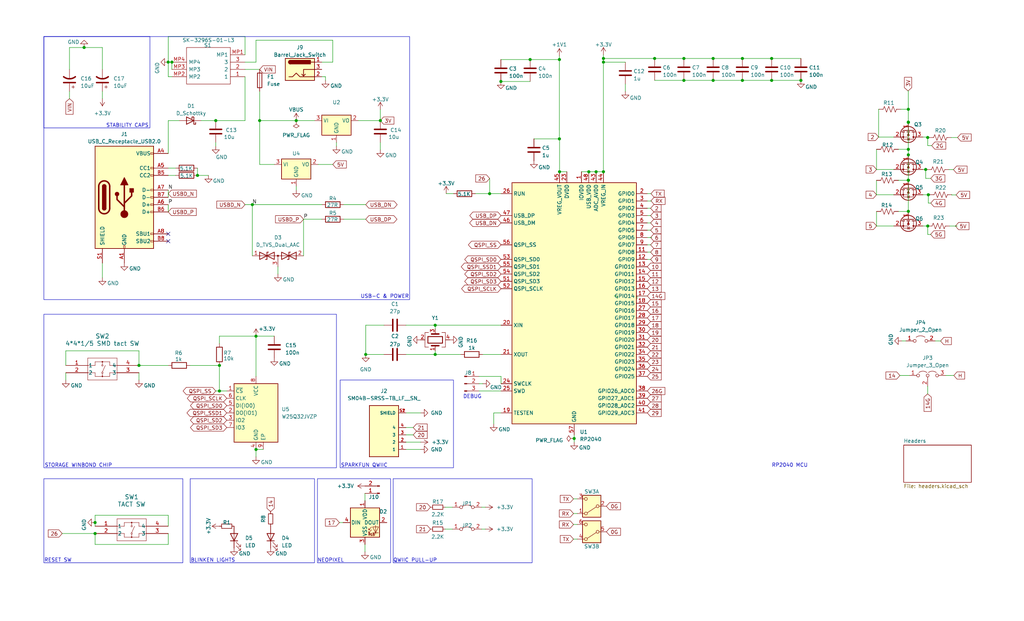
<source format=kicad_sch>
(kicad_sch (version 20230121) (generator eeschema)
  (paper "USLegal")
  (title_block (title "PicUNO (Pico + UNO)") (date "2024-04-20") (rev "3.0") (company "AtrivaTECH & ESC crasci ") (comment 1 "A part of Atriva Technologies") (comment 2 "esccrasci.in") (comment 3 "atrivatech.com") (comment 4 "esccrasci.in/about-on"))
  (lib_symbols
    (symbol "BSS138_1" (pin_names hide)
      (property "Reference" "Q2" (at -5.08 5.08 90))
      (symbol "BSS138_1_1_1"
        (pin input line (at -2.54 0 0) (length 2.54) (name "G") (number "1"))
        (pin passive line (at 2.54 -5.08 90) (length 2.54) (name "S") (number "2"))
        (pin passive line (at 2.54 5.08 270) (length 2.54) (name "D") (number "3"))
      )
    )
    (symbol "Connector:Barrel_Jack_Switch" (pin_names hide)
      (property "Reference" "J" (at 0 5.334 0))
      (property "Value" "Barrel_Jack_Switch" (at 0 -5.08 0))
      (symbol "Barrel_Jack_Switch_1_1"
        (pin passive line (at 7.62 2.54 180) (length 2.54) (name "~") (number "1"))
        (pin passive line (at 7.62 -2.54 180) (length 2.54) (name "~") (number "2"))
        (pin passive line (at 7.62 0 180) (length 2.54) (name "~") (number "3"))
      )
    )
    (symbol "Connector:Conn_01x02_Pin" (pin_names (offset 1.016) hide)
      (property "Reference" "J" (at 0 2.54 0))
      (property "Value" "Conn_01x02_Pin" (at 0 -5.08 0))
      (symbol "Conn_01x02_Pin_1_1"
        (pin passive line (at 5.08 0 180) (length 3.81) (name "Pin_1") (number "1"))
        (pin passive line (at 5.08 -2.54 180) (length 3.81) (name "Pin_2") (number "2"))
      )
    )
    (symbol "Connector:Conn_01x03_Pin" (pin_names (offset 1.016) hide)
      (property "Reference" "J" (at 0 5.08 0))
      (property "Value" "Conn_01x03_Pin" (at 0 -5.08 0))
      (symbol "Conn_01x03_Pin_1_1"
        (pin passive line (at 5.08 2.54 180) (length 3.81) (name "Pin_1") (number "1"))
        (pin passive line (at 5.08 0 180) (length 3.81) (name "Pin_2") (number "2"))
        (pin passive line (at 5.08 -2.54 180) (length 3.81) (name "Pin_3") (number "3"))
      )
    )
    (symbol "Connector:USB_C_Receptacle_USB2.0" (pin_names (offset 1.016))
      (property "Reference" "J" (at -10.16 19.05 0))
      (property "Value" "USB_C_Receptacle_USB2.0" (at 19.05 19.05 0))
      (symbol "USB_C_Receptacle_USB2.0_1_1"
        (pin passive line (at 0 -22.86 90) (length 5.08) (name "GND") (number "A1"))
        (pin passive line (at 0 -22.86 90) (length 5.08) hide (name "GND") (number "A12"))
        (pin passive line (at 15.24 15.24 180) (length 5.08) (name "VBUS") (number "A4"))
        (pin bidirectional line (at 15.24 10.16 180) (length 5.08) (name "CC1") (number "A5"))
        (pin bidirectional line (at 15.24 -2.54 180) (length 5.08) (name "D+") (number "A6"))
        (pin bidirectional line (at 15.24 2.54 180) (length 5.08) (name "D-") (number "A7"))
        (pin bidirectional line (at 15.24 -12.7 180) (length 5.08) (name "SBU1") (number "A8"))
        (pin passive line (at 15.24 15.24 180) (length 5.08) hide (name "VBUS") (number "A9"))
        (pin passive line (at 0 -22.86 90) (length 5.08) hide (name "GND") (number "B1"))
        (pin passive line (at 0 -22.86 90) (length 5.08) hide (name "GND") (number "B12"))
        (pin passive line (at 15.24 15.24 180) (length 5.08) hide (name "VBUS") (number "B4"))
        (pin bidirectional line (at 15.24 7.62 180) (length 5.08) (name "CC2") (number "B5"))
        (pin bidirectional line (at 15.24 -5.08 180) (length 5.08) (name "D+") (number "B6"))
        (pin bidirectional line (at 15.24 0 180) (length 5.08) (name "D-") (number "B7"))
        (pin bidirectional line (at 15.24 -15.24 180) (length 5.08) (name "SBU2") (number "B8"))
        (pin passive line (at 15.24 15.24 180) (length 5.08) hide (name "VBUS") (number "B9"))
        (pin passive line (at -7.62 -22.86 90) (length 5.08) (name "SHIELD") (number "S1"))
      )
    )
    (symbol "Device:C" (pin_numbers hide) (pin_names (offset 0.254))
      (property "Reference" "C" (at 0.635 2.54 0))
      (property "Value" "C" (at 0.635 -2.54 0))
      (symbol "C_1_1"
        (pin passive line (at 0 3.81 270) (length 2.794) (name "~") (number "1"))
        (pin passive line (at 0 -3.81 90) (length 2.794) (name "~") (number "2"))
      )
    )
    (symbol "Device:C_Polarized_US" (pin_numbers hide) (pin_names (offset 0.254) hide)
      (property "Reference" "C" (at 0.635 2.54 0))
      (property "Value" "C_Polarized_US" (at 0.635 -2.54 0))
      (symbol "C_Polarized_US_1_1"
        (pin passive line (at 0 3.81 270) (length 2.794) (name "~") (number "1"))
        (pin passive line (at 0 -3.81 90) (length 3.302) (name "~") (number "2"))
      )
    )
    (symbol "Device:Crystal_GND24" (pin_names (offset 1.016) hide)
      (property "Reference" "Y" (at 3.175 5.08 0))
      (property "Value" "Crystal_GND24" (at 3.175 3.175 0))
      (symbol "Crystal_GND24_1_1"
        (pin passive line (at -3.81 0 0) (length 1.27) (name "1") (number "1"))
        (pin passive line (at 0 5.08 270) (length 1.27) (name "2") (number "2"))
        (pin passive line (at 3.81 0 180) (length 1.27) (name "3") (number "3"))
        (pin passive line (at 0 -5.08 90) (length 1.27) (name "4") (number "4"))
      )
    )
    (symbol "Device:D_Schottky" (pin_numbers hide) (pin_names (offset 1.016) hide)
      (property "Reference" "D" (at 0 2.54 0))
      (property "Value" "D_Schottky" (at 0 -2.54 0))
      (symbol "D_Schottky_1_1"
        (pin passive line (at -3.81 0 0) (length 2.54) (name "K") (number "1"))
        (pin passive line (at 3.81 0 180) (length 2.54) (name "A") (number "2"))
      )
    )
    (symbol "Device:D_TVS_Dual_AAC" (pin_names (offset 1.016) hide)
      (property "Reference" "D" (at 0 4.445 0))
      (property "Value" "D_TVS_Dual_AAC" (at 0 2.54 0))
      (symbol "D_TVS_Dual_AAC_1_1"
        (pin passive line (at -8.89 0 0) (length 2.54) (name "A1") (number "1"))
        (pin passive line (at 8.89 0 180) (length 2.54) (name "A2") (number "2"))
        (pin input line (at 0 -3.81 90) (length 2.54) (name "common") (number "3"))
      )
    )
    (symbol "Device:Fuse" (pin_numbers hide) (pin_names (offset 0))
      (property "Reference" "F" (at 2.032 0 90))
      (property "Value" "Fuse" (at -1.905 0 90))
      (symbol "Fuse_1_1"
        (pin passive line (at 0 3.81 270) (length 1.27) (name "~") (number "1"))
        (pin passive line (at 0 -3.81 90) (length 1.27) (name "~") (number "2"))
      )
    )
    (symbol "Device:LED" (pin_numbers hide) (pin_names (offset 1.016) hide)
      (property "Reference" "D" (at 0 2.54 0))
      (property "Value" "LED" (at 0 -2.54 0))
      (symbol "LED_1_1"
        (pin passive line (at -3.81 0 0) (length 2.54) (name "K") (number "1"))
        (pin passive line (at 3.81 0 180) (length 2.54) (name "A") (number "2"))
      )
    )
    (symbol "Device:R" (pin_numbers hide) (pin_names (offset 0))
      (property "Reference" "R" (at 2.032 0 90))
      (property "Value" "R" (at 0 0 90))
      (symbol "R_1_1"
        (pin passive line (at 0 3.81 270) (length 1.27) (name "~") (number "1"))
        (pin passive line (at 0 -3.81 90) (length 1.27) (name "~") (number "2"))
      )
    )
    (symbol "Device:R_Small" (pin_numbers hide) (pin_names (offset 0.254) hide)
      (property "Reference" "R" (at 0.762 0.508 0))
      (property "Value" "R_Small" (at 0.762 -1.016 0))
      (symbol "R_Small_1_1"
        (pin passive line (at 0 2.54 270) (length 0.762) (name "~") (number "1"))
        (pin passive line (at 0 -2.54 90) (length 0.762) (name "~") (number "2"))
      )
    )
    (symbol "Device:R_US" (pin_numbers hide) (pin_names (offset 0))
      (property "Reference" "R" (at 2.54 0 90))
      (property "Value" "R_US" (at -2.54 0 90))
      (symbol "R_US_1_1"
        (pin passive line (at 0 3.81 270) (length 1.27) (name "~") (number "1"))
        (pin passive line (at 0 -3.81 90) (length 1.27) (name "~") (number "2"))
      )
    )
    (symbol "Jumper:Jumper_2_Bridged" (pin_names (offset 0) hide)
      (property "Reference" "JP" (at 0 1.905 0))
      (property "Value" "Jumper_2_Bridged" (at 0 -2.54 0))
      (symbol "Jumper_2_Bridged_1_1"
        (pin passive line (at -5.08 0 0) (length 2.54) (name "A") (number "1"))
        (pin passive line (at 5.08 0 180) (length 2.54) (name "B") (number "2"))
      )
    )
    (symbol "Jumper:Jumper_2_Open" (pin_names (offset 0) hide)
      (property "Reference" "JP" (at 0 2.794 0))
      (property "Value" "Jumper_2_Open" (at 0 -2.286 0))
      (symbol "Jumper_2_Open_1_1"
        (pin passive line (at -5.08 0 0) (length 2.54) (name "A") (number "1"))
        (pin passive line (at 5.08 0 180) (length 2.54) (name "B") (number "2"))
      )
    )
    (symbol "Jumper:Jumper_3_Open" (pin_names (offset 0) hide)
      (property "Reference" "JP" (at -2.54 -2.54 0))
      (property "Value" "Jumper_3_Open" (at 0 2.794 0))
      (symbol "Jumper_3_Open_1_1"
        (pin passive line (at -6.35 0 0) (length 2.54) (name "A") (number "1"))
        (pin passive line (at 0 -3.81 90) (length 2.54) (name "C") (number "2"))
        (pin passive line (at 6.35 0 180) (length 2.54) (name "B") (number "3"))
      )
    )
    (symbol "LED:WS2812B" (pin_names (offset 0.254))
      (property "Reference" "D" (at 5.08 5.715 0))
      (property "Value" "WS2812B" (at 1.27 -5.715 0))
      (symbol "WS2812B_0_0"
        (text "RGB" (at 2.286 -4.191 0) (effects (font (size 0.762 0.762))))
      )
      (symbol "WS2812B_1_1"
        (pin power_in line (at 0 7.62 270) (length 2.54) (name "VDD") (number "1"))
        (pin output line (at 7.62 0 180) (length 2.54) (name "DOUT") (number "2"))
        (pin power_in line (at 0 -7.62 90) (length 2.54) (name "VSS") (number "3"))
        (pin input line (at -7.62 0 0) (length 2.54) (name "DIN") (number "4"))
      )
    )
    (symbol "MCU_RaspberryPi:RP2040"
      (property "Reference" "U" (at 17.78 45.72 0))
      (property "Value" "RP2040" (at 17.78 43.18 0))
      (symbol "RP2040_1_1"
        (pin power_in line (at 2.54 45.72 270) (length 3.81) (name "IOVDD") (number "1"))
        (pin passive line (at 2.54 45.72 270) (length 3.81) hide (name "IOVDD") (number "10"))
        (pin bidirectional line (at 25.4 17.78 180) (length 3.81) (name "GPIO8") (number "11"))
        (pin bidirectional line (at 25.4 15.24 180) (length 3.81) (name "GPIO9") (number "12"))
        (pin bidirectional line (at 25.4 12.7 180) (length 3.81) (name "GPIO10") (number "13"))
        (pin bidirectional line (at 25.4 10.16 180) (length 3.81) (name "GPIO11") (number "14"))
        (pin bidirectional line (at 25.4 7.62 180) (length 3.81) (name "GPIO12") (number "15"))
        (pin bidirectional line (at 25.4 5.08 180) (length 3.81) (name "GPIO13") (number "16"))
        (pin bidirectional line (at 25.4 2.54 180) (length 3.81) (name "GPIO14") (number "17"))
        (pin bidirectional line (at 25.4 0 180) (length 3.81) (name "GPIO15") (number "18"))
        (pin input line (at -25.4 -38.1 0) (length 3.81) (name "TESTEN") (number "19"))
        (pin bidirectional line (at 25.4 38.1 180) (length 3.81) (name "GPIO0") (number "2"))
        (pin input line (at -25.4 -7.62 0) (length 3.81) (name "XIN") (number "20"))
        (pin passive line (at -25.4 -17.78 0) (length 3.81) (name "XOUT") (number "21"))
        (pin passive line (at 2.54 45.72 270) (length 3.81) hide (name "IOVDD") (number "22"))
        (pin power_in line (at -2.54 45.72 270) (length 3.81) (name "DVDD") (number "23"))
        (pin output line (at -25.4 -27.94 0) (length 3.81) (name "SWCLK") (number "24"))
        (pin bidirectional line (at -25.4 -30.48 0) (length 3.81) (name "SWD") (number "25"))
        (pin input line (at -25.4 38.1 0) (length 3.81) (name "RUN") (number "26"))
        (pin bidirectional line (at 25.4 -2.54 180) (length 3.81) (name "GPIO16") (number "27"))
        (pin bidirectional line (at 25.4 -5.08 180) (length 3.81) (name "GPIO17") (number "28"))
        (pin bidirectional line (at 25.4 -7.62 180) (length 3.81) (name "GPIO18") (number "29"))
        (pin bidirectional line (at 25.4 35.56 180) (length 3.81) (name "GPIO1") (number "3"))
        (pin bidirectional line (at 25.4 -10.16 180) (length 3.81) (name "GPIO19") (number "30"))
        (pin bidirectional line (at 25.4 -12.7 180) (length 3.81) (name "GPIO20") (number "31"))
        (pin bidirectional line (at 25.4 -15.24 180) (length 3.81) (name "GPIO21") (number "32"))
        (pin passive line (at 2.54 45.72 270) (length 3.81) hide (name "IOVDD") (number "33"))
        (pin bidirectional line (at 25.4 -17.78 180) (length 3.81) (name "GPIO22") (number "34"))
        (pin bidirectional line (at 25.4 -20.32 180) (length 3.81) (name "GPIO23") (number "35"))
        (pin bidirectional line (at 25.4 -22.86 180) (length 3.81) (name "GPIO24") (number "36"))
        (pin bidirectional line (at 25.4 -25.4 180) (length 3.81) (name "GPIO25") (number "37"))
        (pin bidirectional line (at 25.4 -30.48 180) (length 3.81) (name "GPIO26_ADC0") (number "38"))
        (pin bidirectional line (at 25.4 -33.02 180) (length 3.81) (name "GPIO27_ADC1") (number "39"))
        (pin bidirectional line (at 25.4 33.02 180) (length 3.81) (name "GPIO2") (number "4"))
        (pin bidirectional line (at 25.4 -35.56 180) (length 3.81) (name "GPIO28_ADC2") (number "40"))
        (pin bidirectional line (at 25.4 -38.1 180) (length 3.81) (name "GPIO29_ADC3") (number "41"))
        (pin passive line (at 2.54 45.72 270) (length 3.81) hide (name "IOVDD") (number "42"))
        (pin power_in line (at 7.62 45.72 270) (length 3.81) (name "ADC_AVDD") (number "43"))
        (pin power_in line (at 10.16 45.72 270) (length 3.81) (name "VREG_IN") (number "44"))
        (pin power_out line (at -5.08 45.72 270) (length 3.81) (name "VREG_VOUT") (number "45"))
        (pin bidirectional line (at -25.4 27.94 0) (length 3.81) (name "USB_DM") (number "46"))
        (pin bidirectional line (at -25.4 30.48 0) (length 3.81) (name "USB_DP") (number "47"))
        (pin power_in line (at 5.08 45.72 270) (length 3.81) (name "USB_VDD") (number "48"))
        (pin passive line (at 2.54 45.72 270) (length 3.81) hide (name "IOVDD") (number "49"))
        (pin bidirectional line (at 25.4 30.48 180) (length 3.81) (name "GPIO3") (number "5"))
        (pin passive line (at -2.54 45.72 270) (length 3.81) hide (name "DVDD") (number "50"))
        (pin bidirectional line (at -25.4 7.62 0) (length 3.81) (name "QSPI_SD3") (number "51"))
        (pin output line (at -25.4 5.08 0) (length 3.81) (name "QSPI_SCLK") (number "52"))
        (pin bidirectional line (at -25.4 15.24 0) (length 3.81) (name "QSPI_SD0") (number "53"))
        (pin bidirectional line (at -25.4 10.16 0) (length 3.81) (name "QSPI_SD2") (number "54"))
        (pin bidirectional line (at -25.4 12.7 0) (length 3.81) (name "QSPI_SD1") (number "55"))
        (pin bidirectional line (at -25.4 20.32 0) (length 3.81) (name "QSPI_SS") (number "56"))
        (pin power_in line (at 0 -45.72 90) (length 3.81) (name "GND") (number "57"))
        (pin bidirectional line (at 25.4 27.94 180) (length 3.81) (name "GPIO4") (number "6"))
        (pin bidirectional line (at 25.4 25.4 180) (length 3.81) (name "GPIO5") (number "7"))
        (pin bidirectional line (at 25.4 22.86 180) (length 3.81) (name "GPIO6") (number "8"))
        (pin bidirectional line (at 25.4 20.32 180) (length 3.81) (name "GPIO7") (number "9"))
      )
    )
    (symbol "Memory_Flash:W25Q32JVZP"
      (property "Reference" "U" (at -6.35 11.43 0))
      (property "Value" "W25Q32JVZP" (at 7.62 11.43 0))
      (symbol "W25Q32JVZP_1_1"
        (pin input line (at -10.16 7.62 0) (length 2.54) (name "~{CS}") (number "1"))
        (pin bidirectional line (at -10.16 0 0) (length 2.54) (name "DO(IO1)") (number "2"))
        (pin bidirectional line (at -10.16 -2.54 0) (length 2.54) (name "IO2") (number "3"))
        (pin power_in line (at 0 -12.7 90) (length 2.54) (name "GND") (number "4"))
        (pin bidirectional line (at -10.16 2.54 0) (length 2.54) (name "DI(IO0)") (number "5"))
        (pin input line (at -10.16 5.08 0) (length 2.54) (name "CLK") (number "6"))
        (pin bidirectional line (at -10.16 -5.08 0) (length 2.54) (name "IO3") (number "7"))
        (pin power_in line (at 0 12.7 270) (length 2.54) (name "VCC") (number "8"))
        (pin passive line (at 2.54 -12.7 90) (length 2.54) (name "EP") (number "9"))
      )
    )
    (symbol "Regulator_Linear:AMS1117-5.0"
      (property "Reference" "U" (at -3.81 3.175 0))
      (property "Value" "AMS1117-5.0" (at 0 3.175 0))
      (symbol "AMS1117-5.0_1_1"
        (pin power_in line (at 0 -7.62 90) (length 2.54) (name "GND") (number "1"))
        (pin power_out line (at 7.62 0 180) (length 2.54) (name "VO") (number "2"))
        (pin power_in line (at -7.62 0 0) (length 2.54) (name "VI") (number "3"))
      )
    )
    (symbol "Regulator_Linear:NCP1117-3.3_SOT223"
      (property "Reference" "U" (at -3.81 3.175 0))
      (property "Value" "NCP1117-3.3_SOT223" (at 0 3.175 0))
      (symbol "NCP1117-3.3_SOT223_1_1"
        (pin power_in line (at 0 -7.62 90) (length 2.54) (name "GND") (number "1"))
        (pin power_out line (at 7.62 0 180) (length 2.54) (name "VO") (number "2"))
        (pin power_in line (at -7.62 0 0) (length 2.54) (name "VI") (number "3"))
      )
    )
    (symbol "Switch:SW_DPDT_x2" (pin_names (offset 0) hide)
      (property "Reference" "SW" (at 0 5.08 0))
      (property "Value" "SW_DPDT_x2" (at 0 -5.08 0))
      (symbol "SW_DPDT_x2_1_1"
        (pin passive line (at 5.08 2.54 180) (length 2.54) (name "A") (number "1"))
        (pin passive line (at -5.08 0 0) (length 2.54) (name "B") (number "2"))
        (pin passive line (at 5.08 -2.54 180) (length 2.54) (name "C") (number "3"))
      )
      (symbol "SW_DPDT_x2_2_1"
        (pin passive line (at 5.08 2.54 180) (length 2.54) (name "A") (number "4"))
        (pin passive line (at -5.08 0 0) (length 2.54) (name "B") (number "5"))
        (pin passive line (at 5.08 -2.54 180) (length 2.54) (name "C") (number "6"))
      )
    )
    (symbol "evqp7c01p:EVQP7C01P" (pin_names (offset 0.254))
      (property "Reference" "SW1" (at 12.7 10.16 0))
      (property "Value" "EVQP7C01P" (at 12.7 7.62 0))
      (symbol "EVQP7C01P_0_1"
        (pin passive line (at 0 0 0) (length 7.62) (name "1") (number "1"))
        (pin passive line (at 0 -2.54 0) (length 7.62) (name "2") (number "2"))
        (pin passive line (at 25.4 -2.54 180) (length 7.62) (name "3") (number "3"))
        (pin passive line (at 25.4 0 180) (length 7.62) (name "4") (number "4"))
      )
    )
    (symbol "power:+1V1" (power) (pin_names (offset 0))
      (property "Value" "+1V1" (at 0 3.556 0))
      (symbol "+1V1_1_1"
        (pin power_in line (at 0 0 90) (length 0) hide (name "+1V1") (number "1"))
      )
    )
    (symbol "power:+3.3V" (power) (pin_names (offset 0))
      (property "Value" "+3.3V" (at 0 3.556 0))
      (symbol "+3.3V_1_1"
        (pin power_in line (at 0 0 90) (length 0) hide (name "+3.3V") (number "1"))
      )
    )
    (symbol "power:GND" (power) (pin_names (offset 0))
      (property "Value" "GND" (at 0 -3.81 0))
      (symbol "GND_1_1"
        (pin power_in line (at 0 0 270) (length 0) hide (name "GND") (number "1"))
      )
    )
    (symbol "power:PWR_FLAG" (power) (pin_numbers hide) (pin_names (offset 0) hide)
      (property "Value" "PWR_FLAG" (at 0 3.81 0))
      (symbol "PWR_FLAG_0_0"
        (pin power_out line (at 0 0 90) (length 0) (name "pwr") (number "1"))
      )
    )
    (symbol "power:VBUS" (power) (pin_names (offset 0))
      (property "Value" "VBUS" (at 0 3.81 0))
      (symbol "VBUS_1_1"
        (pin power_in line (at 0 0 90) (length 0) hide (name "VBUS") (number "1"))
      )
    )
    (symbol "sparkfun-qwiic:SM04B-SRSS-TB_LF__SN_" (pin_names (offset 1.016))
      (property "Reference" "J" (at -5.0831 8.1433 0))
      (property "Value" "SM04B-SRSS-TB_LF__SN_" (at -5.0835 -11.9557 0))
      (symbol "SM04B-SRSS-TB_LF__SN__0_0"
        (pin passive line (at -7.62 5.08 0) (length 2.54) (name "1") (number "1"))
        (pin passive line (at -7.62 2.54 0) (length 2.54) (name "2") (number "2"))
        (pin passive line (at -7.62 0 0) (length 2.54) (name "3") (number "3"))
        (pin passive line (at -7.62 -2.54 0) (length 2.54) (name "4") (number "4"))
        (pin passive line (at -7.62 -7.62 0) (length 2.54) (name "SHIELD") (number "S1"))
        (pin passive line (at -7.62 -7.62 0) (length 2.54) (name "SHIELD") (number "S2"))
      )
    )
    (symbol "switchess:SK-3296S-01-L3" (pin_names (offset 0.762))
      (property "Reference" "S" (at 21.59 7.62 0))
      (property "Value" "SK-3296S-01-L3" (at 21.59 5.08 0))
      (symbol "SK-3296S-01-L3_0_0"
        (pin passive line (at 0 0 0) (length 5.08) (name "1") (number "1"))
        (pin passive line (at 0 -2.54 0) (length 5.08) (name "2") (number "2"))
        (pin passive line (at 0 -5.08 0) (length 5.08) (name "3") (number "3"))
        (pin passive line (at 0 -7.62 0) (length 5.08) (name "MP1") (number "MP1"))
        (pin passive line (at 25.4 0 180) (length 5.08) (name "MP2") (number "MP2"))
        (pin passive line (at 25.4 -2.54 180) (length 5.08) (name "MP3") (number "MP3"))
        (pin passive line (at 25.4 -5.08 180) (length 5.08) (name "MP4") (number "MP4"))
      )
    )
  )
  (junction (at 315.4339 42.5476))
  (junction (at 237.49 20.32))
  (junction (at 194.2601 20.6957))
  (junction (at 76.2 127))
  (junction (at 257.81 27.94))
  (junction (at 48.26 127))
  (junction (at 88.9 116.84))
  (junction (at 127 123.19))
  (junction (at 237.49 27.94))
  (junction (at 209.55 59.69))
  (junction (at 204.47 59.69))
  (junction (at 76.2 135.89))
  (junction (at 209.55 20.32))
  (junction (at 209.55 21.59))
  (junction (at 102.87 41.91))
  (junction (at 207.01 59.69))
  (junction (at 257.81 20.32))
  (junction (at 33.02 181.61))
  (junction (at 315.4339 42.4366))
  (junction (at 194.31 59.69))
  (junction (at 321.4559 58.9032))
  (junction (at 90.17 41.91))
  (junction (at 278.13 27.94))
  (junction (at 322.1695 78.5492))
  (junction (at 315.4339 51.8974))
  (junction (at 247.65 20.32))
  (junction (at 68.58 60.96))
  (junction (at 184.1001 20.6957))
  (junction (at 315.4339 53.8232))
  (junction (at 132.08 41.91))
  (junction (at 58.42 21.59))
  (junction (at 173.9401 28.3157))
  (junction (at 315.4339 62.669))
  (junction (at 59.69 21.59))
  (junction (at 315.4339 62.6035))
  (junction (at 315.4339 73.4512))
  (junction (at 151.13 123.19))
  (junction (at 247.65 27.94))
  (junction (at 322.3849 67.6835))
  (junction (at 199.39 152.4))
  (junction (at 267.97 27.94))
  (junction (at 74.93 41.91))
  (junction (at 315.4339 37.9796))
  (junction (at 87.63 71.12))
  (junction (at 33.02 185.42))
  (junction (at 267.97 20.32))
  (junction (at 322.1581 47.7932))
  (junction (at 151.13 113.03))
  (junction (at 194.2601 48.26))
  (junction (at 227.33 20.32))
  (junction (at 88.9 156.21))
  (junction (at 29.21 16.51))
  (junction (at 170.0356 67.31))
  (no_connect (at 58.42 81.28))
  (no_connect (at 58.42 83.82))
  (wire (pts (xy 225.933 85.09) (xy 224.79 85.09)))
  (wire (pts (xy 69.85 41.91) (xy 74.93 41.91)))
  (wire (pts (xy 194.2601 48.26) (xy 194.31 48.26)))
  (wire (pts (xy 311.9952 62.669) (xy 311.9952 62.6842)))
  (wire (pts (xy 321.4559 62.0048) (xy 321.4559 58.9032)))
  (wire (pts (xy 35.56 16.51) (xy 35.56 24.13)))
  (wire (pts (xy 224.79 82.55) (xy 226.314 82.55)))
  (wire (pts (xy 167.64 123.19) (xy 173.99 123.19)))
  (wire (pts (xy 173.9401 28.3157) (xy 184.1001 28.3157)))
  (wire (pts (xy 76.2 135.89) (xy 78.74 135.89)))
  (wire (pts (xy 74.93 135.89) (xy 76.2 135.89)))
  (wire (pts (xy 66.04 127) (xy 76.2 127)))
  (wire (pts (xy 194.31 48.26) (xy 194.31 59.69)))
  (wire (pts (xy 85.09 41.91) (xy 85.09 26.67)))
  (wire (pts (xy 323.5403 50.6001) (xy 322.1649 50.6001)))
  (wire (pts (xy 213.3591 102.8521) (xy 214.4382 102.8521)))
  (wire (pts (xy 322.1581 47.6276) (xy 322.1581 47.7932)))
  (wire (pts (xy 225.933 80.01) (xy 224.79 80.01)))
  (wire (pts (xy 33.02 182.88) (xy 33.02 181.61)))
  (wire (pts (xy 102.87 41.91) (xy 109.22 41.91)))
  (wire (pts (xy 85.09 71.12) (xy 87.63 71.12)))
  (wire (pts (xy 331.1026 58.9582) (xy 329.6016 58.9582)))
  (wire (pts (xy 22.86 121.92) (xy 48.26 121.92)))
  (wire (pts (xy 194.2601 19.4257) (xy 194.2601 20.6957)))
  (wire (pts (xy 35.56 31.75) (xy 35.56 34.29)))
  (wire (pts (xy 88.9 21.59) (xy 88.9 13.97)))
  (wire (pts (xy 29.21 16.51) (xy 35.56 16.51)))
  (wire (pts (xy 151.13 123.19) (xy 160.02 123.19)))
  (wire (pts (xy 312.8186 37.9796) (xy 315.4339 37.9796)))
  (wire (pts (xy 320.5194 78.5312) (xy 322.1695 78.5312)))
  (wire (pts (xy 126.746 189.23) (xy 126.746 191.77)))
  (wire (pts (xy 323.1777 81.4883) (xy 322.1695 81.4883)))
  (wire (pts (xy 154.559 183.896) (xy 157.099 183.896)))
  (wire (pts (xy 247.65 27.94) (xy 257.81 27.94)))
  (wire (pts (xy 194.2601 20.6957) (xy 194.2601 48.26)))
  (wire (pts (xy 167.259 176.276) (xy 168.529 176.276)))
  (wire (pts (xy 312.495 130.5047) (xy 312.495 130.5021)))
  (wire (pts (xy 170.0356 67.31) (xy 173.99 67.31)))
  (wire (pts (xy 201.93 59.69) (xy 204.47 59.69)))
  (wire (pts (xy 68.58 60.96) (xy 72.39 60.96)))
  (wire (pts (xy 117.856 181.61) (xy 119.126 181.61)))
  (wire (pts (xy 312.0049 73.4874) (xy 315.4339 73.4874)))
  (wire (pts (xy 166.37 135.89) (xy 173.99 135.89)))
  (wire (pts (xy 322.1424 134.3121) (xy 322.1346 134.3121)))
  (wire (pts (xy 225.933 74.93) (xy 224.79 74.93)))
  (wire (pts (xy 322.6969 47.7932) (xy 322.1581 47.7932)))
  (wire (pts (xy 173.99 143.51) (xy 171.45 143.51)))
  (wire (pts (xy 326.6341 118.5224) (xy 326.6341 118.4768)))
  (wire (pts (xy 322.3849 70.5831) (xy 322.3849 67.6835)))
  (wire (pts (xy 58.42 189.23) (xy 58.42 185.42)))
  (wire (pts (xy 199.147 182.2832) (xy 200.417 182.2832)))
  (wire (pts (xy 199.147 173.3932) (xy 200.417 173.3932)))
  (wire (pts (xy 33.02 181.61) (xy 33.02 179.07)))
  (wire (pts (xy 95.25 57.15) (xy 90.17 57.15)))
  (wire (pts (xy 315.4339 62.669) (xy 311.9952 62.669)))
  (wire (pts (xy 119.38 71.12) (xy 127 71.12)))
  (wire (pts (xy 87.63 71.12) (xy 111.76 71.12)))
  (wire (pts (xy 35.56 91.44) (xy 35.56 96.52)))
  (wire (pts (xy 132.08 49.53) (xy 132.08 52.07)))
  (wire (pts (xy 166.37 130.81) (xy 173.99 130.81)))
  (wire (pts (xy 151.13 113.03) (xy 151.13 114.3)))
  (wire (pts (xy 58.42 26.67) (xy 58.42 21.59)))
  (wire (pts (xy 332.3249 78.572) (xy 331.7735 78.572)))
  (wire (pts (xy 58.42 41.91) (xy 62.23 41.91)))
  (wire (pts (xy 33.02 179.07) (xy 58.42 179.07)))
  (wire (pts (xy 91.44 156.21) (xy 88.9 156.21)))
  (wire (pts (xy 227.33 27.94) (xy 237.49 27.94)))
  (wire (pts (xy 322.1695 81.4883) (xy 322.1695 78.5492)))
  (wire (pts (xy 321.9816 58.9032) (xy 321.9816 58.9279)))
  (wire (pts (xy 115.57 21.59) (xy 115.57 13.97)))
  (wire (pts (xy 21.59 185.42) (xy 33.02 185.42)))
  (wire (pts (xy 315.4339 31.5936) (xy 315.3317 31.5936)))
  (wire (pts (xy 226.06 69.85) (xy 226.06 69.7992)))
  (wire (pts (xy 127 123.19) (xy 133.35 123.19)))
  (wire (pts (xy 85.09 24.13) (xy 90.17 24.13)))
  (wire (pts (xy 140.97 151.13) (xy 143.51 151.13)))
  (wire (pts (xy 320.5139 47.6276) (xy 322.1581 47.6276)))
  (wire (pts (xy 90.17 41.91) (xy 102.87 41.91)))
  (wire (pts (xy 90.17 31.75) (xy 90.17 41.91)))
  (wire (pts (xy 315.4339 73.4512) (xy 315.4394 73.4512)))
  (wire (pts (xy 146.05 153.67) (xy 140.97 153.67)))
  (wire (pts (xy 58.42 12.7) (xy 58.42 21.59)))
  (wire (pts (xy 48.26 127) (xy 58.42 127)))
  (wire (pts (xy 173.9401 20.6957) (xy 184.1001 20.6957)))
  (wire (pts (xy 124.46 41.91) (xy 132.08 41.91)))
  (wire (pts (xy 267.97 20.32) (xy 278.13 20.32)))
  (wire (pts (xy 22.86 127) (xy 22.86 121.92)))
  (wire (pts (xy 330.5285 67.7383) (xy 330.5285 67.67)))
  (wire (pts (xy 322.1581 47.9808) (xy 322.1649 47.9808)))
  (wire (pts (xy 320.5139 58.9032) (xy 321.4559 58.9032)))
  (wire (pts (xy 329.7895 78.5492) (xy 332.3249 78.5492)))
  (wire (pts (xy 154.559 176.276) (xy 157.099 176.276)))
  (wire (pts (xy 209.55 21.59) (xy 217.17 21.59)))
  (wire (pts (xy 96.52 92.71) (xy 96.52 95.25)))
  (wire (pts (xy 221.234 102.87) (xy 224.79 102.87)))
  (wire (pts (xy 315.4339 37.9796) (xy 315.4339 42.4366)))
  (wire (pts (xy 330.5031 67.67) (xy 330.5285 67.67)))
  (wire (pts (xy 24.13 16.51) (xy 29.21 16.51)))
  (wire (pts (xy 305.1035 47.6276) (xy 310.3539 47.6276)))
  (wire (pts (xy 225.933 77.47) (xy 224.79 77.47)))
  (wire (pts (xy 221.234 103.759) (xy 221.234 102.87)))
  (wire (pts (xy 22.86 129.54) (xy 22.86 132.08)))
  (wire (pts (xy 209.55 20.32) (xy 209.55 21.59)))
  (wire (pts (xy 184.1001 20.6957) (xy 194.2601 20.6957)))
  (wire (pts (xy 315.4339 31.5936) (xy 315.4339 37.9796)))
  (wire (pts (xy 140.97 123.19) (xy 151.13 123.19)))
  (wire (pts (xy 209.55 19.05) (xy 209.55 20.32)))
  (wire (pts (xy 58.42 53.34) (xy 58.42 41.91)))
  (wire (pts (xy 330.3169 47.7932) (xy 332.5387 47.7932)))
  (wire (pts (xy 105.41 76.2) (xy 105.41 88.9)))
  (wire (pts (xy 330.1795 130.5005) (xy 330.1795 130.5021)))
  (wire (pts (xy 207.01 59.69) (xy 209.55 59.69)))
  (wire (pts (xy 88.9 116.84) (xy 88.9 130.81)))
  (wire (pts (xy 58.42 71.12) (xy 58.42 73.66)))
  (wire (pts (xy 85.09 19.05) (xy 85.09 12.7)))
  (wire (pts (xy 74.93 41.91) (xy 85.09 41.91)))
  (wire (pts (xy 33.02 189.23) (xy 58.42 189.23)))
  (wire (pts (xy 127 113.03) (xy 133.35 113.03)))
  (wire (pts (xy 90.17 57.15) (xy 90.17 41.91)))
  (wire (pts (xy 199.39 153.67) (xy 199.39 152.4)))
  (wire (pts (xy 58.42 58.42) (xy 60.96 58.42)))
  (wire (pts (xy 110.49 57.15) (xy 115.57 57.15)))
  (wire (pts (xy 58.42 60.96) (xy 60.96 60.96)))
  (wire (pts (xy 199.39 152.4) (xy 199.39 151.13)))
  (wire (pts (xy 199.147 178.4732) (xy 200.417 178.4732)))
  (wire (pts (xy 209.55 20.32) (xy 227.33 20.32)))
  (wire (pts (xy 323.1777 81.4566) (xy 323.1777 81.4883)))
  (wire (pts (xy 87.63 71.12) (xy 87.63 88.9)))
  (wire (pts (xy 257.81 20.32) (xy 267.97 20.32)))
  (wire (pts (xy 315.4339 62.6035) (xy 315.4339 62.669)))
  (wire (pts (xy 111.76 26.67) (xy 113.03 26.67)))
  (wire (pts (xy 322.1695 78.5312) (xy 322.1695 78.5492)))
  (wire (pts (xy 113.03 26.67) (xy 113.03 27.94)))
  (wire (pts (xy 315.4339 42.4366) (xy 315.4339 42.5476)))
  (wire (pts (xy 151.13 121.92) (xy 151.13 123.19)))
  (wire (pts (xy 330.1795 130.5021) (xy 328.4846 130.5021)))
  (wire (pts (xy 209.55 21.59) (xy 209.55 59.69)))
  (wire (pts (xy 116.84 49.53) (xy 116.84 50.8)))
  (wire (pts (xy 58.42 66.04) (xy 58.42 68.58)))
  (wire (pts (xy 304.3752 67.6835) (xy 310.3539 67.6835)))
  (wire (pts (xy 146.05 143.51) (xy 140.97 143.51)))
  (wire (pts (xy 322.1649 47.9808) (xy 322.1649 50.6001)))
  (wire (pts (xy 329.6016 58.9582) (xy 329.6016 58.9279)))
  (wire (pts (xy 167.259 183.896) (xy 168.529 183.896)))
  (wire (pts (xy 76.2 116.84) (xy 88.9 116.84)))
  (wire (pts (xy 68.58 58.42) (xy 68.58 60.96)))
  (wire (pts (xy 217.17 29.21) (xy 217.17 31.75)))
  (wire (pts (xy 321.4559 58.9032) (xy 321.9816 58.9032)))
  (wire (pts (xy 199.147 187.3632) (xy 200.417 187.3632)))
  (wire (pts (xy 315.4339 53.8232) (xy 315.4339 62.6035)))
  (wire (pts (xy 146.05 156.21) (xy 140.97 156.21)))
  (wire (pts (xy 315.4339 42.4366) (xy 315.1777 42.4366)))
  (wire (pts (xy 227.33 20.32) (xy 237.49 20.32)))
  (wire (pts (xy 111.76 21.59) (xy 115.57 21.59)))
  (wire (pts (xy 171.45 143.51) (xy 171.45 147.32)))
  (wire (pts (xy 237.49 20.32) (xy 247.65 20.32)))
  (wire (pts (xy 126.746 171.45) (xy 126.746 173.99)))
  (wire (pts (xy 132.08 38.1) (xy 132.08 41.91)))
  (wire (pts (xy 33.02 185.42) (xy 33.02 189.23)))
  (wire (pts (xy 224.79 67.31) (xy 226.06 67.31)))
  (wire (pts (xy 213.3591 102.8184) (xy 213.3591 102.8521)))
  (wire (pts (xy 119.38 76.2) (xy 127 76.2)))
  (wire (pts (xy 315.4339 73.4512) (xy 315.4339 73.4874)))
  (wire (pts (xy 331.2285 130.5005) (xy 330.1795 130.5005)))
  (wire (pts (xy 151.13 113.03) (xy 173.99 113.03)))
  (wire (pts (xy 59.69 26.67) (xy 58.42 26.67)))
  (wire (pts (xy 140.97 113.03) (xy 151.13 113.03)))
  (wire (pts (xy 323.2254 70.5831) (xy 322.3849 70.5831)))
  (wire (pts (xy 315.1777 42.4913) (xy 315.3317 42.4913)))
  (wire (pts (xy 170.0356 62.0148) (xy 170.0356 67.31)))
  (wire (pts (xy 225.933 87.63) (xy 224.79 87.63)))
  (wire (pts (xy 315.1777 42.4913) (xy 315.1777 42.4366)))
  (wire (pts (xy 322.8831 67.6835) (xy 322.8831 67.67)))
  (wire (pts (xy 24.13 31.75) (xy 24.13 34.29)))
  (wire (pts (xy 332.3249 78.572) (xy 332.3249 78.5492)))
  (wire (pts (xy 323.2194 62.0048) (xy 321.4559 62.0048)))
  (wire (pts (xy 214.4382 102.8521) (xy 214.4382 103.759)))
  (wire (pts (xy 304.3849 58.9032) (xy 310.3539 58.9032)))
  (wire (pts (xy 185.42 48.26) (xy 194.2601 48.26)))
  (wire (pts (xy 48.26 121.92) (xy 48.26 127)))
  (wire (pts (xy 24.13 24.13) (xy 24.13 16.51)))
  (wire (pts (xy 313.21 118.4768) (xy 314.5943 118.4768)))
  (wire (pts (xy 165.1 67.31) (xy 170.0356 67.31)))
  (wire (pts (xy 257.81 27.94) (xy 267.97 27.94)))
  (wire (pts (xy 59.69 24.13) (xy 59.69 21.59)))
  (wire (pts (xy 326.6341 118.4768) (xy 324.7543 118.4768)))
  (wire (pts (xy 304.3849 73.4874) (xy 304.3849 78.5312)))
  (wire (pts (xy 320.5139 67.6835) (xy 322.3849 67.6835)))
  (wire (pts (xy 322.3849 67.6835) (xy 322.8831 67.6835)))
  (wire (pts (xy 102.87 64.77) (xy 102.87 66.04)))
  (wire (pts (xy 304.3752 62.6842) (xy 304.3752 67.6835)))
  (wire (pts (xy 166.37 133.35) (xy 167.64 133.35)))
  (wire (pts (xy 74.93 49.53) (xy 74.93 50.8)))
  (wire (pts (xy 304.3849 78.5312) (xy 310.3594 78.5312)))
  (wire (pts (xy 154.94 67.31) (xy 157.48 67.31)))
  (wire (pts (xy 48.26 129.54) (xy 48.26 132.08)))
  (wire (pts (xy 315.4339 51.8974) (xy 315.4339 53.8232)))
  (wire (pts (xy 267.97 27.94) (xy 278.13 27.94)))
  (wire (pts (xy 330.5285 67.7383) (xy 332.0193 67.7383)))
  (wire (pts (xy 315.4339 62.669) (xy 315.4339 73.4512)))
  (wire (pts (xy 305.1035 37.9796) (xy 305.1035 47.6276)))
  (wire (pts (xy 237.49 27.94) (xy 247.65 27.94)))
  (wire (pts (xy 194.31 59.69) (xy 196.85 59.69)))
  (wire (pts (xy 322.1581 47.7932) (xy 322.1581 47.9808)))
  (wire (pts (xy 173.99 130.81) (xy 173.99 133.35)))
  (wire (pts (xy 225.933 72.39) (xy 224.79 72.39)))
  (wire (pts (xy 88.9 156.21) (xy 88.9 158.75)))
  (wire (pts (xy 85.09 21.59) (xy 88.9 21.59)))
  (wire (pts (xy 115.57 13.97) (xy 88.9 13.97)))
  (wire (pts (xy 76.2 116.84) (xy 76.2 119.38)))
  (wire (pts (xy 105.41 76.2) (xy 111.76 76.2)))
  (wire (pts (xy 224.79 69.85) (xy 226.06 69.85)))
  (wire (pts (xy 58.42 179.07) (xy 58.42 182.88)))
  (wire (pts (xy 315.4339 51.8974) (xy 312.0049 51.8974)))
  (wire (pts (xy 88.9 116.84) (xy 95.25 116.84)))
  (wire (pts (xy 225.933 90.17) (xy 224.79 90.17)))
  (wire (pts (xy 127 123.19) (xy 127 113.03)))
  (wire (pts (xy 304.3849 51.8974) (xy 304.3849 58.9032)))
  (wire (pts (xy 322.1424 136.8847) (xy 322.1424 134.3121)))
  (wire (pts (xy 76.2 127) (xy 76.2 135.89)))
  (wire (pts (xy 85.09 12.7) (xy 58.42 12.7)))
  (wire (pts (xy 59.69 21.59) (xy 58.42 21.59)))
  (wire (pts (xy 140.97 148.59) (xy 143.51 148.59)))
  (wire (pts (xy 204.47 59.69) (xy 207.01 59.69)))
  (wire (pts (xy 315.4339 42.5476) (xy 315.4339 51.8974)))
  (wire (pts (xy 305.1035 37.9796) (xy 305.1986 37.9796)))
  (wire (pts (xy 247.65 20.32) (xy 257.81 20.32)))
  (wire (pts (xy 312.495 130.5021) (xy 315.7846 130.5021)))
  (rectangle (start 136.525 166.37) (end 184.785 195.58))
  (rectangle (start 15.24 109.22) (end 116.84 162.56))
  (rectangle (start 15.24 166.37) (end 63.5 195.58))
  (rectangle (start 118.11 132.08) (end 157.48 162.56))
  (rectangle (start 15.24 12.7) (end 52.07 44.45))
  (rectangle (start 66.04 166.37) (end 109.22 195.58))
  (rectangle (start 110.236 166.37) (end 135.636 195.58))
  (rectangle (start 15.24 12.7) (end 142.24 104.14))
  (text "NEOPIXEL\n" (at 110.236 195.58 0) (effects (font (size 1.27 1.27)) (justify left bottom)))
  (text "RP2040 MCU" (at 267.97 162.56 0) (effects (font (size 1.27 1.27)) (justify left bottom)))
  (text "SPARKFUN QWIIC" (at 118.3452 162.5756 0) (effects (font (size 1.27 1.27)) (justify left bottom)))
  (text "STABILITY CAPS" (at 36.83 44.45 0) (effects (font (size 1.27 1.27)) (justify left bottom)))
  (text "RESET SW" (at 15.3534 195.5523 0) (effects (font (size 1.27 1.27)) (justify left bottom)))
  (text "DEBUG\n" (at 160.7859 138.674 0) (effects (font (size 1.27 1.27)) (justify left bottom)))
  (text "STORAGE WINBOND CHIP" (at 15.4889 162.573 0) (effects (font (size 1.27 1.27)) (justify left bottom)))
  (text "QWIIC PULL-UP" (at 136.525 195.58 0) (effects (font (size 1.27 1.27)) (justify left bottom)))
  (text "BLINKEN LIGHTS" (at 66.1401 195.5779 0) (effects (font (size 1.27 1.27)) (justify left bottom)))
  (text "USB-C & POWER" (at 125.2079 103.8562 0) (effects (font (size 1.27 1.27)) (justify left bottom)))
  (label "P" (at 58.42 71.12 0))
  (label "N" (at 58.42 66.04 0))
  (label "P" (at 105.41 76.2 0))
  (label "N" (at 87.63 71.12 0))
  (global_label "VIN" (shape input) (at 24.13 34.29 270) (property "Intersheetrefs" "${INTERSHEET_REFS}" (effects hide)))
  (global_label "24" (shape input) (at 224.79 128.27 0) (property "Intersheetrefs" "${INTERSHEET_REFS}" (effects hide)))
  (global_label "5" (shape input) (at 225.933 80.01 0) (property "Intersheetrefs" "${INTERSHEET_REFS}" (effects hide)))
  (global_label "6" (shape input) (at 225.933 82.55 0) (property "Intersheetrefs" "${INTERSHEET_REFS}" (effects hide)))
  (global_label "26G" (shape input) (at 224.79 135.89 0) (property "Intersheetrefs" "${INTERSHEET_REFS}" (effects hide)))
  (global_label "USBD_P" (shape input) (at 105.41 76.2 180) (property "Intersheetrefs" "${INTERSHEET_REFS}" (effects hide)))
  (global_label "26" (shape input) (at 21.59 185.42 180) (property "Intersheetrefs" "${INTERSHEET_REFS}" (effects hide)))
  (global_label "RX" (shape input) (at 199.147 182.2832 180) (property "Intersheetrefs" "${INTERSHEET_REFS}" (effects hide)))
  (global_label "QSPI_SD3" (shape bidirectional) (at 173.99 97.79 180) (property "Intersheetrefs" "${INTERSHEET_REFS}" (effects hide)))
  (global_label "TX" (shape input) (at 226.06 67.31 0) (property "Intersheetrefs" "${INTERSHEET_REFS}" (effects hide)))
  (global_label "USB_DP" (shape bidirectional) (at 127 76.2 0) (property "Intersheetrefs" "${INTERSHEET_REFS}" (effects hide)))
  (global_label "4" (shape input) (at 304.3752 67.6835 180) (property "Intersheetrefs" "${INTERSHEET_REFS}" (effects hide)))
  (global_label "29" (shape input) (at 224.79 143.51 0) (property "Intersheetrefs" "${INTERSHEET_REFS}" (effects hide)))
  (global_label "5V" (shape input) (at 331.1026 58.9582 0) (property "Intersheetrefs" "${INTERSHEET_REFS}" (effects hide)))
  (global_label "14" (shape input) (at 93.98 177.8 90) (property "Intersheetrefs" "${INTERSHEET_REFS}" (effects hide)))
  (global_label "5V" (shape input) (at 332.5387 47.7932 0) (property "Intersheetrefs" "${INTERSHEET_REFS}" (effects hide)))
  (global_label "16" (shape input) (at 224.79 107.95 0) (property "Intersheetrefs" "${INTERSHEET_REFS}" (effects hide)))
  (global_label "TX" (shape input) (at 199.147 173.3932 180) (property "Intersheetrefs" "${INTERSHEET_REFS}" (effects hide)))
  (global_label "14" (shape input) (at 312.495 130.5047 180) (property "Intersheetrefs" "${INTERSHEET_REFS}" (effects hide)))
  (global_label "3" (shape input) (at 304.3849 58.9032 180) (property "Intersheetrefs" "${INTERSHEET_REFS}" (effects hide)))
  (global_label "USB_DN" (shape bidirectional) (at 127 71.12 0) (property "Intersheetrefs" "${INTERSHEET_REFS}" (effects hide)))
  (global_label "3V" (shape input) (at 315.3317 31.5936 90) (property "Intersheetrefs" "${INTERSHEET_REFS}" (effects hide)))
  (global_label "17" (shape input) (at 117.856 181.61 180) (property "Intersheetrefs" "${INTERSHEET_REFS}" (effects hide)))
  (global_label "22" (shape input) (at 224.79 123.19 0) (property "Intersheetrefs" "${INTERSHEET_REFS}" (effects hide)))
  (global_label "0G" (shape input) (at 210.577 175.9332 0) (property "Intersheetrefs" "${INTERSHEET_REFS}" (effects hide)))
  (global_label "19" (shape input) (at 224.79 115.57 0) (property "Intersheetrefs" "${INTERSHEET_REFS}" (effects hide)))
  (global_label "21" (shape input) (at 224.79 120.65 0) (property "Intersheetrefs" "${INTERSHEET_REFS}" (effects hide)))
  (global_label "TX" (shape input) (at 199.147 187.3632 180) (property "Intersheetrefs" "${INTERSHEET_REFS}" (effects hide)))
  (global_label "QSPI_SD3" (shape bidirectional) (at 78.74 148.59 180) (property "Intersheetrefs" "${INTERSHEET_REFS}" (effects hide)))
  (global_label "RX" (shape input) (at 226.06 69.7992 0) (property "Intersheetrefs" "${INTERSHEET_REFS}" (effects hide)))
  (global_label "RX" (shape input) (at 199.147 178.4732 180) (property "Intersheetrefs" "${INTERSHEET_REFS}" (effects hide)))
  (global_label "2" (shape input) (at 225.933 72.39 0) (property "Intersheetrefs" "${INTERSHEET_REFS}" (effects hide)))
  (global_label "18" (shape input) (at 224.79 113.03 0) (property "Intersheetrefs" "${INTERSHEET_REFS}" (effects hide)))
  (global_label "14G" (shape input) (at 224.79 102.87 0) (property "Intersheetrefs" "${INTERSHEET_REFS}" (effects hide)))
  (global_label "13" (shape input) (at 224.79 100.33 0) (property "Intersheetrefs" "${INTERSHEET_REFS}" (effects hide)))
  (global_label "10" (shape input) (at 224.79 92.71 0) (property "Intersheetrefs" "${INTERSHEET_REFS}" (effects hide)))
  (global_label "25" (shape input) (at 224.79 130.81 0) (property "Intersheetrefs" "${INTERSHEET_REFS}" (effects hide)))
  (global_label "3G" (shape input) (at 323.2194 62.0048 0) (property "Intersheetrefs" "${INTERSHEET_REFS}" (effects hide)))
  (global_label "H" (shape input) (at 331.2285 130.5005 0) (property "Intersheetrefs" "${INTERSHEET_REFS}" (effects hide)))
  (global_label "26" (shape input) (at 170.0356 62.0148 180) (property "Intersheetrefs" "${INTERSHEET_REFS}" (effects hide)))
  (global_label "0G" (shape input) (at 210.577 184.8232 0) (property "Intersheetrefs" "${INTERSHEET_REFS}" (effects hide)))
  (global_label "5V" (shape input) (at 331.7735 78.572 0) (property "Intersheetrefs" "${INTERSHEET_REFS}" (effects hide)))
  (global_label "USBD_N" (shape input) (at 85.09 71.12 180) (property "Intersheetrefs" "${INTERSHEET_REFS}" (effects hide)))
  (global_label "4" (shape input) (at 225.933 77.47 0) (property "Intersheetrefs" "${INTERSHEET_REFS}" (effects hide)))
  (global_label "23" (shape input) (at 224.79 125.73 0) (property "Intersheetrefs" "${INTERSHEET_REFS}" (effects hide)))
  (global_label "4G" (shape input) (at 323.2254 70.5831 0) (property "Intersheetrefs" "${INTERSHEET_REFS}" (effects hide)))
  (global_label "5V" (shape input) (at 332.0193 67.7383 0) (property "Intersheetrefs" "${INTERSHEET_REFS}" (effects hide)))
  (global_label "H" (shape input) (at 326.6341 118.5224 0) (property "Intersheetrefs" "${INTERSHEET_REFS}" (effects hide)))
  (global_label "20" (shape input) (at 143.51 151.13 0) (property "Intersheetrefs" "${INTERSHEET_REFS}" (effects hide)))
  (global_label "15" (shape input) (at 224.79 105.41 0) (property "Intersheetrefs" "${INTERSHEET_REFS}" (effects hide)))
  (global_label "8" (shape input) (at 225.933 87.63 0) (property "Intersheetrefs" "${INTERSHEET_REFS}" (effects hide)))
  (global_label "5" (shape input) (at 304.4148 78.5312 180) (property "Intersheetrefs" "${INTERSHEET_REFS}" (effects hide)))
  (global_label "5V" (shape input) (at 115.57 57.15 0) (property "Intersheetrefs" "${INTERSHEET_REFS}" (effects hide)))
  (global_label "20" (shape input) (at 224.79 118.11 0) (property "Intersheetrefs" "${INTERSHEET_REFS}" (effects hide)))
  (global_label "5G" (shape input) (at 323.1777 81.4566 0) (property "Intersheetrefs" "${INTERSHEET_REFS}" (effects hide)))
  (global_label "7" (shape input) (at 225.933 85.09 0) (property "Intersheetrefs" "${INTERSHEET_REFS}" (effects hide)))
  (global_label "USBD_P" (shape input) (at 58.42 73.66 0) (property "Intersheetrefs" "${INTERSHEET_REFS}" (effects hide)))
  (global_label "QSPI_SS" (shape bidirectional) (at 74.93 135.89 180) (property "Intersheetrefs" "${INTERSHEET_REFS}" (effects hide)))
  (global_label "QSPI_SD0" (shape bidirectional) (at 173.99 90.17 180) (property "Intersheetrefs" "${INTERSHEET_REFS}" (effects hide)))
  (global_label "14G" (shape input) (at 322.1424 136.8847 270) (property "Intersheetrefs" "${INTERSHEET_REFS}" (effects hide)))
  (global_label "USBD_N" (shape input) (at 58.42 67.31 0) (property "Intersheetrefs" "${INTERSHEET_REFS}" (effects hide)))
  (global_label "28" (shape input) (at 224.79 140.97 0) (property "Intersheetrefs" "${INTERSHEET_REFS}" (effects hide)))
  (global_label "9" (shape input) (at 225.933 90.17 0) (property "Intersheetrefs" "${INTERSHEET_REFS}" (effects hide)))
  (global_label "17" (shape input) (at 224.79 110.49 0) (property "Intersheetrefs" "${INTERSHEET_REFS}" (effects hide)))
  (global_label "QSPI_SS" (shape bidirectional) (at 173.99 85.09 180) (property "Intersheetrefs" "${INTERSHEET_REFS}" (effects hide)))
  (global_label "21" (shape input) (at 143.51 148.59 0) (property "Intersheetrefs" "${INTERSHEET_REFS}" (effects hide)))
  (global_label "3" (shape input) (at 225.933 74.93 0) (property "Intersheetrefs" "${INTERSHEET_REFS}" (effects hide)))
  (global_label "27" (shape input) (at 224.79 138.43 0) (property "Intersheetrefs" "${INTERSHEET_REFS}" (effects hide)))
  (global_label "QSPI_SD2" (shape bidirectional) (at 78.74 146.05 180) (property "Intersheetrefs" "${INTERSHEET_REFS}" (effects hide)))
  (global_label "USB_DN" (shape bidirectional) (at 173.99 77.47 180) (property "Intersheetrefs" "${INTERSHEET_REFS}" (effects hide)))
  (global_label "QSPI_SCLK" (shape bidirectional) (at 78.74 138.43 180) (property "Intersheetrefs" "${INTERSHEET_REFS}" (effects hide)))
  (global_label "12" (shape input) (at 224.79 97.79 0) (property "Intersheetrefs" "${INTERSHEET_REFS}" (effects hide)))
  (global_label "21" (shape input) (at 149.479 183.896 180) (property "Intersheetrefs" "${INTERSHEET_REFS}" (effects hide)))
  (global_label "QSPI_SSD1" (shape bidirectional) (at 78.74 143.51 180) (property "Intersheetrefs" "${INTERSHEET_REFS}" (effects hide)))
  (global_label "QSPI_SSD1" (shape bidirectional) (at 173.99 92.71 180) (property "Intersheetrefs" "${INTERSHEET_REFS}" (effects hide)))
  (global_label "QSPI_SD0" (shape bidirectional) (at 78.74 140.97 180) (property "Intersheetrefs" "${INTERSHEET_REFS}" (effects hide)))
  (global_label "11" (shape input) (at 224.79 95.25 0) (property "Intersheetrefs" "${INTERSHEET_REFS}" (effects hide)))
  (global_label "20" (shape input) (at 149.479 176.276 180) (property "Intersheetrefs" "${INTERSHEET_REFS}" (effects hide)))
  (global_label "QSPI_SCLK" (shape bidirectional) (at 173.99 100.33 180) (property "Intersheetrefs" "${INTERSHEET_REFS}" (effects hide)))
  (global_label "2G" (shape input) (at 323.5403 50.6001 0) (property "Intersheetrefs" "${INTERSHEET_REFS}" (effects hide)))
  (global_label "USB_DP" (shape bidirectional) (at 173.99 74.93 180) (property "Intersheetrefs" "${INTERSHEET_REFS}" (effects hide)))
  (global_label "VIN" (shape input) (at 90.17 24.13 0) (property "Intersheetrefs" "${INTERSHEET_REFS}" (effects hide)))
  (global_label "2" (shape input) (at 305.1035 47.6125 180) (property "Intersheetrefs" "${INTERSHEET_REFS}" (effects hide)))
  (global_label "3V" (shape input) (at 132.08 41.91 0) (property "Intersheetrefs" "${INTERSHEET_REFS}" (effects hide)))
  (global_label "QSPI_SD2" (shape bidirectional) (at 173.99 95.25 180) (property "Intersheetrefs" "${INTERSHEET_REFS}" (effects hide)))
  (symbol (lib_id "power:+3.3V") (at 76.2 182.88 90) (unit 1)
    (property "Reference" "#PWR038" (effects hide))
    (property "Value" "+3.3V" (at 72.39 182.88 0))
  )
  (symbol (lib_id "Device:Fuse") (at 90.17 27.94 0) (unit 1)
    (property "Reference" "F1" (at 92.71 26.67 0) (effects (justify left)))
    (property "Value" "Fuse" (at 92.71 29.21 0) (effects (justify left)))
    (property "Footprint" "Fuse:Fuse_1206_3216Metric_Pad1.42x1.75mm_HandSolder" (effects hide))
  )
  (symbol (lib_id "power:GND") (at 167.64 133.35 90) (unit 1)
    (property "Reference" "#PWR02" (effects hide))
    (property "Value" "GND" (at 170.18 134.62 90) (effects (justify right)))
  )
  (symbol (lib_id "power:+3.3V") (at 168.529 183.896 270) (unit 1)
    (property "Reference" "#PWR046" (effects hide))
    (property "Value" "+3.3V" (at 172.339 183.896 90) (effects (justify left)))
  )
  (symbol (lib_id "Device:D_Schottky") (at 66.04 41.91 180) (unit 1)
    (property "Reference" "D1" (at 66.3575 36.83 0))
    (property "Value" "D_Schottky" (at 66.3575 39.37 0))
    (property "Footprint" "Diode_SMD:D_SOD-128" (effects hide))
  )
  (symbol (lib_id "power:GND") (at 126.746 191.77 0) (unit 1)
    (property "Reference" "#PWR05" (effects hide))
    (property "Value" "GND" (at 128.397 193.675 0) (effects (justify left)))
  )
  (symbol (lib_id "Memory_Flash:W25Q32JVZP") (at 88.9 143.51 0) (unit 1)
    (property "Reference" "U5" (at 97.79 142.24 0) (effects (justify left)))
    (property "Value" "W25Q32JVZP" (at 97.79 144.78 0) (effects (justify left)))
    (property "Footprint" "Package_SON:WSON-8-1EP_6x5mm_P1.27mm_EP3.4x4.3mm" (effects hide))
    (property "Datasheet" "http://www.winbond.com/resource-files/w25q32jv%20revg%2003272018%20plus.pdf" (effects hide))
  )
  (symbol (lib_id "power:+3.3V") (at 168.529 176.276 270) (unit 1)
    (property "Reference" "#PWR045" (effects hide))
    (property "Value" "+3.3V" (at 172.339 176.276 90) (effects (justify left)))
  )
  (symbol (lib_id "power:+3.3V") (at 154.94 67.31 0) (unit 1)
    (property "Reference" "#PWR043" (effects hide))
    (property "Value" "+3.3V" (at 154.94 63.754 0))
  )
  (symbol (lib_id "power:GND") (at 127 123.19 0) (unit 1)
    (property "Reference" "#PWR01" (effects hide))
    (property "Value" "GND" (at 127 128.397 0))
  )
  (symbol (lib_id "power:GND") (at 95.25 124.46 0) (unit 1)
    (property "Reference" "#PWR024" (effects hide))
    (property "Value" "GND" (at 96.901 126.365 0) (effects (justify left)))
  )
  (symbol (lib_id "power:PWR_FLAG") (at 102.87 41.91 180) (unit 1)
    (property "Reference" "#FLG01" (effects hide))
    (property "Value" "PWR_FLAG" (at 102.87 46.99 0))
  )
  (symbol (lib_id "Jumper:Jumper_2_Bridged") (at 162.179 183.896 0) (unit 1)
    (property "Reference" "JP2" (at 162.179 182.626 0))
    (property "Value" "Jumper_2_Bridged" (effects hide))
    (property "Footprint" "Jumper:SolderJumper-2_P1.3mm_Open_RoundedPad1.0x1.5mm" (effects hide))
  )
  (symbol (lib_id "Device:R_Small") (at 93.98 180.34 180) (unit 1)
    (property "Reference" "R8" (at 91.44 180.34 90))
    (property "Value" "220" (effects hide))
    (property "Footprint" "Resistor_SMD:R_0402_1005Metric_Pad0.72x0.64mm_HandSolder" (effects hide))
  )
  (symbol (lib_id "Device:R_Small") (at 78.74 182.88 90) (unit 1)
    (property "Reference" "R1" (at 78.74 181.61 90))
    (property "Value" "220" (effects hide))
    (property "Footprint" "Resistor_SMD:R_0402_1005Metric_Pad0.72x0.64mm_HandSolder" (effects hide))
  )
  (symbol (lib_id "power:GND") (at 43.18 91.44 0) (unit 1)
    (property "Reference" "#PWR04" (effects hide))
    (property "Value" "GND" (at 44.831 93.345 0) (effects (justify left)))
  )
  (symbol (lib_id "Regulator_Linear:NCP1117-3.3_SOT223") (at 116.84 41.91 0) (unit 1)
    (property "Reference" "U2" (at 116.84 35.56 0))
    (property "Value" "AZ1117CH-3.3TRG1 SOT223-3" (effects hide))
    (property "Footprint" "Package_TO_SOT_SMD:SOT-223-3_TabPin2" (effects hide))
    (property "Datasheet" "http://www.onsemi.com/pub_link/Collateral/NCP1117-D.PDF" (effects hide))
  )
  (symbol (lib_id "LED:WS2812B") (at 126.746 181.61 0) (unit 1)
    (property "Reference" "D2" (at 133.096 177.8 0))
    (property "Value" "WS2812B" (effects hide))
    (property "Footprint" "LED_SMD:LED_WS2812B_PLCC4_5.0x5.0mm_P3.2mm" (effects hide))
    (property "Datasheet" "https://cdn-shop.adafruit.com/datasheets/WS2812B.pdf" (effects hide))
  )
  (symbol (lib_id "power:GND") (at 58.42 21.59 270) (unit 1)
    (property "Reference" "#PWR025" (effects hide))
    (property "Value" "GND" (at 54.61 21.59 0) (effects (justify left)))
  )
  (symbol (lib_id "Device:D_TVS_Dual_AAC") (at 96.52 88.9 0) (unit 1)
    (property "Reference" "D3" (at 96.52 82.55 0))
    (property "Value" "D_TVS_Dual_AAC" (at 96.52 85.09 0))
    (property "Footprint" "Package_TO_SOT_SMD:SOT-23" (effects hide))
  )
  (symbol (lib_id "power:VBUS") (at 102.87 41.91 0) (unit 1)
    (property "Reference" "#PWR09" (effects hide))
    (property "Value" "VBUS" (at 102.87 38.1 0))
  )
  (symbol (lib_id "Device:C") (at 184.1001 24.5057 0) (unit 1)
    (property "Reference" "C4" (at 186.8941 23.8707 0) (effects (justify left)))
    (property "Value" "100n" (at 186.8941 26.4107 0) (effects (justify left)))
    (property "Footprint" "Capacitor_SMD:C_0402_1005Metric_Pad0.74x0.62mm_HandSolder" (effects hide))
  )
  (symbol (lib_id "Device:C") (at 173.9401 24.5057 0) (unit 1)
    (property "Reference" "C3" (at 176.7341 23.8707 0) (effects (justify left)))
    (property "Value" "100n" (at 176.7341 26.4107 0) (effects (justify left)))
    (property "Footprint" "Capacitor_SMD:C_0402_1005Metric_Pad0.74x0.62mm_HandSolder" (effects hide))
  )
  (symbol (lib_id "Device:C") (at 227.33 24.13 0) (unit 1)
    (property "Reference" "C6" (at 230.124 23.495 0) (effects (justify left)))
    (property "Value" "100n" (at 230.124 26.035 0) (effects (justify left)))
    (property "Footprint" "Capacitor_SMD:C_0402_1005Metric_Pad0.74x0.62mm_HandSolder" (effects hide))
  )
  (symbol (lib_id "Device:C") (at 237.49 24.13 0) (unit 1)
    (property "Reference" "C7" (at 240.284 23.495 0) (effects (justify left)))
    (property "Value" "100n" (at 240.284 26.035 0) (effects (justify left)))
    (property "Footprint" "Capacitor_SMD:C_0402_1005Metric_Pad0.74x0.62mm_HandSolder" (effects hide))
  )
  (symbol (lib_id "Device:R_US") (at 308.1852 62.6842 90) (unit 1)
    (property "Reference" "R13" (at 307.9396 60.5098 90))
    (property "Value" "10K" (effects hide))
    (property "Footprint" "Resistor_SMD:R_0402_1005Metric_Pad0.72x0.64mm_HandSolder" (effects hide))
  )
  (symbol (lib_id "power:GND") (at 74.93 50.8 0) (unit 1)
    (property "Reference" "#PWR07" (effects hide))
    (property "Value" "GND" (at 74.93 54.61 0) (effects (justify left)))
  )
  (symbol (lib_id "Device:R_US") (at 308.1949 51.8974 90) (unit 1)
    (property "Reference" "R12" (at 308.2372 50.3874 90))
    (property "Value" "10K" (effects hide))
    (property "Footprint" "Resistor_SMD:R_0402_1005Metric_Pad0.72x0.64mm_HandSolder" (effects hide))
  )
  (symbol (lib_id "power:GND") (at 22.86 132.08 0) (unit 1)
    (property "Reference" "#PWR013" (effects hide))
    (property "Value" "GND" (at 24.511 133.985 0) (effects (justify left)))
  )
  (symbol (lib_name "BSS138_1") (lib_id "Transistor_FET:BSS138") (at 315.4339 65.1435 270) (unit 1)
    (property "Reference" "Q5" (at 319.2439 65.1435 90))
    (property "Value" "BSS138" (effects hide))
    (property "Footprint" "Package_TO_SOT_SMD:SOT-23" (effects hide))
    (property "Datasheet" "https://www.onsemi.com/pub/Collateral/BSS138-D.PDF" (effects hide))
  )
  (symbol (lib_id "Regulator_Linear:AMS1117-5.0") (at 102.87 57.15 0) (unit 1)
    (property "Reference" "U4" (at 102.87 53.34 0))
    (property "Value" "AMS1117-5.0" (effects hide))
    (property "Footprint" "Package_TO_SOT_SMD:SOT-223-3_TabPin2" (effects hide))
    (property "Datasheet" "http://www.advanced-monolithic.com/pdf/ds1117.pdf" (effects hide))
  )
  (symbol (lib_id "Device:C_Polarized_US") (at 35.56 27.94 180) (unit 1)
    (property "Reference" "C17" (at 39.37 27.305 0) (effects (justify right)))
    (property "Value" "10uF" (at 39.37 29.845 0) (effects (justify right)))
    (property "Footprint" "Capacitor_SMD:CP_Elec_4x5.4" (effects hide))
    (property "LCSC" "C4747971" (effects hide))
  )
  (symbol (lib_id "Device:R_US") (at 325.9795 78.5492 90) (unit 1)
    (property "Reference" "R23" (at 325.9578 75.7117 90))
    (property "Value" "10K" (effects hide))
    (property "Footprint" "Resistor_SMD:R_0402_1005Metric_Pad0.72x0.64mm_HandSolder" (effects hide))
  )
  (symbol (lib_id "Device:C") (at 74.93 45.72 0) (unit 1)
    (property "Reference" "C13" (at 78.359 45.212 0) (effects (justify left)))
    (property "Value" "10u" (at 77.724 47.625 0) (effects (justify left)))
    (property "Footprint" "Capacitor_SMD:C_0402_1005Metric_Pad0.74x0.62mm_HandSolder" (effects hide))
  )
  (symbol (lib_id "Device:C") (at 217.17 25.4 0) (unit 1)
    (property "Reference" "C12" (at 219.964 24.765 0) (effects (justify left)))
    (property "Value" "1u" (at 219.964 27.305 0) (effects (justify left)))
    (property "Footprint" "Capacitor_SMD:C_0402_1005Metric_Pad0.74x0.62mm_HandSolder" (effects hide))
  )
  (symbol (lib_id "Connector:Conn_01x02_Pin") (at 131.826 171.45 180) (unit 1)
    (property "Reference" "J10" (at 128.016 172.72 0) (effects (justify right)))
    (property "Value" "Conn_01x02_Pin" (effects hide))
    (property "Footprint" "Connector_PinHeader_2.54mm:PinHeader_1x02_P2.54mm_Vertical" (effects hide))
  )
  (symbol (lib_id "power:+1V1") (at 194.2601 19.4257 0) (unit 1)
    (property "Reference" "#PWR020" (effects hide))
    (property "Value" "+1V1" (at 194.2601 15.4887 0))
  )
  (symbol (lib_id "Device:LED") (at 81.28 186.69 90) (unit 1)
    (property "Reference" "D5" (at 85.09 187.0075 90) (effects (justify right)))
    (property "Value" "LED" (at 85.09 189.5475 90) (effects (justify right)))
    (property "Footprint" "LED_SMD:LED_0805_2012Metric_Pad1.15x1.40mm_HandSolder" (effects hide))
  )
  (symbol (lib_id "MCU_RaspberryPi:RP2040") (at 199.39 105.41 0) (unit 1)
    (property "Reference" "U1" (at 201.3459 150.114 0) (effects (justify left)))
    (property "Value" "RP2040" (at 201.3459 152.654 0) (effects (justify left)))
    (property "Footprint" "Package_DFN_QFN:QFN-56-1EP_7x7mm_P0.4mm_EP3.2x3.2mm" (effects hide))
    (property "Datasheet" "https://datasheets.raspberrypi.com/rp2040/rp2040-datasheet.pdf" (effects hide))
  )
  (symbol (lib_id "power:GND") (at 313.21 118.4768 270) (unit 1)
    (property "Reference" "#PWR035" (effects hide))
    (property "Value" "GND" (at 309.4 115.9368 0) (effects (justify left)))
  )
  (symbol (lib_id "power:GND") (at 156.21 118.11 90) (unit 1)
    (property "Reference" "#PWR041" (effects hide))
    (property "Value" "GND" (at 160.02 116.84 0) (effects (justify right)))
  )
  (symbol (lib_id "power:GND") (at 173.9401 28.3157 0) (unit 1)
    (property "Reference" "#PWR018" (effects hide))
    (property "Value" "GND" (at 175.4641 30.6017 0) (effects (justify left)))
  )
  (symbol (lib_id "power:GND") (at 35.56 96.52 0) (unit 1)
    (property "Reference" "#PWR03" (effects hide))
    (property "Value" "GND" (at 37.211 98.425 0) (effects (justify left)))
  )
  (symbol (lib_id "Jumper:Jumper_2_Open") (at 319.6743 118.4768 0) (unit 1)
    (property "Reference" "JP4" (at 319.6743 112.0793 0))
    (property "Value" "Jumper_2_Open" (at 319.6743 114.6193 0))
    (property "Footprint" "Jumper:SolderJumper-2_P1.3mm_Open_RoundedPad1.0x1.5mm" (effects hide))
  )
  (symbol (lib_id "Device:R_US") (at 325.7916 58.9279 90) (unit 1)
    (property "Reference" "R21" (at 325.841 56.194 90))
    (property "Value" "10K" (effects hide))
    (property "Footprint" "Resistor_SMD:R_0402_1005Metric_Pad0.72x0.64mm_HandSolder" (effects hide))
  )
  (symbol (lib_id "switchess:SK-3296S-01-L3") (at 85.09 26.67 180) (unit 1)
    (property "Reference" "S1" (at 72.136 15.748 0))
    (property "Value" "SK-3296S-01-L3" (at 72.39 13.97 0))
    (property "Footprint" "switchess:SK3296S01L3" (effects hide))
    (property "Datasheet" "https://datasheet.lcsc.com/szlcsc/XKB-SK-3296S-01-L3_C319019.pdf" (effects hide))
    (property "Description" "SPDT 50mA @ 12VDC 12V On-On SMD Toggle Switches" (effects hide))
    (property "Height" "1.4" (effects hide))
    (property "Manufacturer_Name" "XKB Enterprise" (effects hide))
    (property "Manufacturer_Part_Number" "SK-3296S-01-L3" (effects hide))
  )
  (symbol (lib_id "power:+3.3V") (at 35.56 34.29 180) (unit 1)
    (property "Reference" "#PWR030" (effects hide))
    (property "Value" "+3.3V" (at 35.56 39.37 0))
  )
  (symbol (lib_id "sparkfun-qwiic:SM04B-SRSS-TB_LF__SN_") (at 133.35 151.13 180) (unit 1)
    (property "Reference" "J2" (at 133.35 135.89 0))
    (property "Value" "SM04B-SRSS-TB_LF__SN_" (at 133.35 138.43 0))
    (property "Footprint" "SPARKFUN-QWIIC:JST_SM04B-SRSS-TB_LF__SN_" (effects hide))
    (property "MF" "JST Sales" (effects hide))
    (property "Description" "\nConnector Header Surface Mount, Right Angle 4 position 0.039 (1.00mm)\n" (effects hide))
    (property "Package" "None" (effects hide))
    (property "Price" "None" (effects hide))
    (property "Check_prices" "https://www.snapeda.com/parts/SM04B-SRSS-TB%20(LF)(SN)/JST+Sales+America+Inc./view-part/?ref=eda" (effects hide))
    (property "STANDARD" "Manufacturer recommendations" (effects hide))
    (property "SnapEDA_Link" "https://www.snapeda.com/parts/SM04B-SRSS-TB%20(LF)(SN)/JST+Sales+America+Inc./view-part/?ref=snap" (effects hide))
    (property "MP" "SM04B-SRSS-TB (LF)(SN)" (effects hide))
    (property "Availability" "In Stock" (effects hide))
    (property "MANUFACTURER" "JST" (effects hide))
    (property "DISTRIBUTOR(IN)" "Evelta" (effects hide))
    (property "DISTR SKU" "083-EQ-SM04B-SRSS-TB-W" (effects hide))
  )
  (symbol (lib_id "Connector:Conn_01x03_Pin") (at 161.29 133.35 0) (unit 1)
    (property "Reference" "J8" (at 162.56 129.54 0))
    (property "Value" "Conn_01x03_Pin" (effects hide))
    (property "Footprint" "Connector_PinSocket_2.54mm:PinSocket_1x03_P2.54mm_Vertical" (effects hide))
  )
  (symbol (lib_id "power:GND") (at 93.98 190.5 0) (unit 1)
    (property "Reference" "#PWR036" (effects hide))
    (property "Value" "GND" (at 95.631 192.405 0) (effects (justify left)))
  )
  (symbol (lib_id "power:GND") (at 146.05 156.21 90) (unit 1)
    (property "Reference" "#PWR044" (effects hide))
    (property "Value" "GND" (at 153.67 156.21 90) (effects (justify left)))
  )
  (symbol (lib_id "Connector:USB_C_Receptacle_USB2.0") (at 43.18 68.58 0) (unit 1)
    (property "Reference" "J1" (at 43.18 46.609 0))
    (property "Value" "USB_C_Receptacle_USB2.0" (at 43.18 49.149 0))
    (property "Footprint" "Connector_USB:USB_C_Receptacle_G-Switch_GT-USB-7010ASV" (effects hide))
    (property "Datasheet" "https://www.usb.org/sites/default/files/documents/usb_type-c.zip" (effects hide))
  )
  (symbol (lib_id "power:PWR_FLAG") (at 199.39 152.4 90) (unit 1)
    (property "Reference" "#FLG03" (effects hide))
    (property "Value" "PWR_FLAG" (at 195.58 153.035 90) (effects (justify left)))
  )
  (symbol (lib_id "power:GND") (at 33.02 181.61 270) (unit 1)
    (property "Reference" "#PWR039" (effects hide))
    (property "Value" "GND" (at 29.21 180.34 0) (effects (justify left)))
  )
  (symbol (lib_id "Device:C") (at 137.16 113.03 90) (unit 1)
    (property "Reference" "C1" (at 137.16 105.664 90))
    (property "Value" "27p" (at 137.16 108.204 90))
    (property "Footprint" "Capacitor_SMD:C_0402_1005Metric_Pad0.74x0.62mm_HandSolder" (effects hide))
  )
  (symbol (lib_id "Device:LED") (at 93.98 186.69 90) (unit 1)
    (property "Reference" "D4" (at 97.79 187.0075 90) (effects (justify right)))
    (property "Value" "LED" (at 97.79 189.5475 90) (effects (justify right)))
    (property "Footprint" "LED_SMD:LED_0805_2012Metric_Pad1.15x1.40mm_HandSolder" (effects hide))
  )
  (symbol (lib_id "Device:R_US") (at 308.1949 73.4874 90) (unit 1)
    (property "Reference" "R14" (at 307.8905 71.3409 90))
    (property "Value" "10K" (effects hide))
    (property "Footprint" "Resistor_SMD:R_0402_1005Metric_Pad0.72x0.64mm_HandSolder" (effects hide))
  )
  (symbol (lib_id "power:GND") (at 113.03 27.94 0) (unit 1)
    (property "Reference" "#PWR034" (effects hide))
    (property "Value" "GND" (at 114.681 29.845 0) (effects (justify left)))
  )
  (symbol (lib_id "Jumper:Jumper_2_Bridged") (at 162.179 176.276 0) (unit 1)
    (property "Reference" "JP1" (at 162.179 175.006 0))
    (property "Value" "Jumper_2_Bridged" (effects hide))
    (property "Footprint" "Jumper:SolderJumper-2_P1.3mm_Open_RoundedPad1.0x1.5mm" (effects hide))
  )
  (symbol (lib_id "power:GND") (at 278.13 27.94 0) (unit 1)
    (property "Reference" "#PWR031" (effects hide))
    (property "Value" "GND" (at 279.654 30.226 0) (effects (justify left)))
  )
  (symbol (lib_id "power:GND") (at 217.17 31.75 0) (unit 1)
    (property "Reference" "#PWR023" (effects hide))
    (property "Value" "GND" (at 218.694 34.036 0) (effects (justify left)))
  )
  (symbol (lib_id "Device:C") (at 278.13 24.13 0) (unit 1)
    (property "Reference" "C11" (at 280.924 23.495 0) (effects (justify left)))
    (property "Value" "100n" (at 280.924 26.035 0) (effects (justify left)))
    (property "Footprint" "Capacitor_SMD:C_0402_1005Metric_Pad0.74x0.62mm_HandSolder" (effects hide))
  )
  (symbol (lib_id "power:+3.3V") (at 126.746 168.91 90) (unit 1)
    (property "Reference" "#PWR048" (effects hide))
    (property "Value" "+3.3V" (at 122.936 168.91 90) (effects (justify left)))
  )
  (symbol (lib_id "Device:C") (at 137.16 123.19 90) (unit 1)
    (property "Reference" "C2" (at 137.16 116.84 90))
    (property "Value" "27p" (at 137.16 119.634 90))
    (property "Footprint" "Capacitor_SMD:C_0402_1005Metric_Pad0.74x0.62mm_HandSolder" (effects hide))
  )
  (symbol (lib_id "evqp7c01p:EVQP7C01P") (at 33.02 182.88 0) (unit 1)
    (property "Reference" "SW1" (at 45.72 172.72 0) (effects (font (size 1.524 1.524))))
    (property "Value" "TACT SW" (at 45.72 175.26 0) (effects (font (size 1.524 1.524))))
    (property "Footprint" "Button_Switch_SMD:SW_SPST_TL3342" (effects hide))
    (property "Datasheet" "PTS526SP20SMTR2 LFS" (effects hide))
  )
  (symbol (lib_id "power:GND") (at 146.05 143.51 90) (unit 1)
    (property "Reference" "#PWR047" (effects hide))
    (property "Value" "GND" (at 153.67 143.51 90) (effects (justify left)))
  )
  (symbol (lib_id "Device:R_US") (at 309.0086 37.9796 90) (unit 1)
    (property "Reference" "R11" (at 308.663 35.7479 90))
    (property "Value" "10K" (effects hide))
    (property "Footprint" "Resistor_SMD:R_0402_1005Metric_Pad0.72x0.64mm_HandSolder" (effects hide))
  )
  (symbol (lib_id "Device:R_US") (at 326.6931 67.67 90) (unit 1)
    (property "Reference" "R22" (at 326.68 65.2314 90))
    (property "Value" "10K" (effects hide))
    (property "Footprint" "Resistor_SMD:R_0402_1005Metric_Pad0.72x0.64mm_HandSolder" (effects hide))
  )
  (symbol (lib_id "power:GND") (at 96.52 95.25 0) (unit 1)
    (property "Reference" "#PWR08" (effects hide))
    (property "Value" "GND" (at 98.171 97.155 0) (effects (justify left)))
  )
  (symbol (lib_id "Device:R") (at 64.77 60.96 90) (unit 1)
    (property "Reference" "R3" (effects hide))
    (property "Value" "5.1K" (at 64.77 61.087 90))
    (property "Footprint" "Resistor_SMD:R_0402_1005Metric_Pad0.72x0.64mm_HandSolder" (effects hide))
  )
  (symbol (lib_id "Device:C") (at 95.25 120.65 0) (unit 1)
    (property "Reference" "C15" (at 99.06 120.015 0) (effects (justify left)))
    (property "Value" "100n" (at 99.06 122.555 0) (effects (justify left)))
    (property "Footprint" "Capacitor_SMD:C_0402_1005Metric_Pad0.74x0.62mm_HandSolder" (effects hide))
  )
  (symbol (lib_id "power:GND") (at 116.84 50.8 0) (unit 1)
    (property "Reference" "#PWR010" (effects hide))
    (property "Value" "GND" (at 118.491 52.705 0) (effects (justify left)))
  )
  (symbol (lib_id "Device:R") (at 161.29 67.31 90) (unit 1)
    (property "Reference" "R33" (effects hide))
    (property "Value" "5.1K" (at 161.163 67.437 90))
    (property "Footprint" "Resistor_SMD:R_0402_1005Metric_Pad0.72x0.64mm_HandSolder" (effects hide))
  )
  (symbol (lib_id "power:GND") (at 29.21 16.51 180) (unit 1)
    (property "Reference" "#PWR049" (effects hide))
    (property "Value" "GND" (at 27.559 14.605 0) (effects (justify left)))
  )
  (symbol (lib_id "Device:C") (at 132.08 45.72 0) (unit 1)
    (property "Reference" "C14" (at 135.509 45.212 0) (effects (justify left)))
    (property "Value" "10u" (at 134.874 47.625 0) (effects (justify left)))
    (property "Footprint" "Capacitor_SMD:C_0402_1005Metric_Pad0.74x0.62mm_HandSolder" (effects hide))
  )
  (symbol (lib_id "power:GND") (at 171.45 147.32 0) (unit 1)
    (property "Reference" "#PWR017" (effects hide))
    (property "Value" "GND" (at 173.101 149.225 0) (effects (justify left)))
  )
  (symbol (lib_id "power:GND") (at 81.28 190.5 0) (unit 1)
    (property "Reference" "#PWR037" (effects hide))
    (property "Value" "GND" (at 82.931 192.405 0) (effects (justify left)))
  )
  (symbol (lib_id "Device:C") (at 257.81 24.13 0) (unit 1)
    (property "Reference" "C9" (at 260.604 23.495 0) (effects (justify left)))
    (property "Value" "100n" (at 260.604 26.035 0) (effects (justify left)))
    (property "Footprint" "Capacitor_SMD:C_0402_1005Metric_Pad0.74x0.62mm_HandSolder" (effects hide))
  )
  (symbol (lib_id "Switch:SW_DPDT_x2") (at 205.497 184.8232 180) (unit 2)
    (property "Reference" "SW3" (at 205.497 189.9032 0))
    (property "Value" "SW_DPDT_x2" (effects hide))
    (property "Footprint" "switchess:SW_CL-SB-22A-02T" (effects hide))
    (property "Datasheet" "SMMD" (effects hide))
    (property "SunROM" "5261" (effects hide))
    (property "MFG Part No" "C2904912" (effects hide))
  )
  (symbol (lib_id "Device:R_Small") (at 152.019 176.276 90) (unit 1)
    (property "Reference" "R17" (at 152.0396 174.3914 90))
    (property "Value" "2.2K" (at 152.0396 178.7957 90))
    (property "Footprint" "Resistor_SMD:R_0402_1005Metric_Pad0.72x0.64mm_HandSolder" (effects hide))
  )
  (symbol (lib_id "Device:R_US") (at 326.5069 47.7932 90) (unit 1)
    (property "Reference" "R20" (at 326.5677 45.3625 90))
    (property "Value" "10K" (effects hide))
    (property "Footprint" "Resistor_SMD:R_0402_1005Metric_Pad0.72x0.64mm_HandSolder" (effects hide))
  )
  (symbol (lib_id "Device:R") (at 115.57 71.12 90) (unit 1)
    (property "Reference" "R4" (at 115.57 68.961 90))
    (property "Value" "27R" (at 115.443 71.247 90))
    (property "Footprint" "Resistor_SMD:R_0402_1005Metric_Pad0.72x0.64mm_HandSolder" (effects hide))
  )
  (symbol (lib_id "power:+3.3V") (at 132.08 38.1 0) (unit 1)
    (property "Reference" "#PWR011" (effects hide))
    (property "Value" "+3.3V" (at 132.08 34.544 0))
  )
  (symbol (lib_id "Device:R") (at 76.2 123.19 0) (unit 1)
    (property "Reference" "R7" (at 77.597 122.682 0) (effects (justify left)))
    (property "Value" "10k" (at 77.597 124.587 0) (effects (justify left)))
    (property "Footprint" "Resistor_SMD:R_0402_1005Metric_Pad0.72x0.64mm_HandSolder" (effects hide))
  )
  (symbol (lib_name "BSS138_1") (lib_id "Transistor_FET:BSS138") (at 315.4339 45.0876 270) (unit 1)
    (property "Reference" "Q3" (at 318.7697 43.2679 90))
    (property "Value" "BSS138" (effects hide))
    (property "Footprint" "Package_TO_SOT_SMD:SOT-23" (effects hide))
    (property "Datasheet" "https://www.onsemi.com/pub/Collateral/BSS138-D.PDF" (effects hide))
  )
  (symbol (lib_id "power:GND") (at 102.87 66.04 0) (unit 1)
    (property "Reference" "#PWR040" (effects hide))
    (property "Value" "GND" (at 104.521 67.945 0) (effects (justify left)))
  )
  (symbol (lib_id "power:GND") (at 132.08 52.07 0) (unit 1)
    (property "Reference" "#PWR012" (effects hide))
    (property "Value" "GND" (at 133.731 53.975 0) (effects (justify left)))
  )
  (symbol (lib_id "Device:C_Polarized_US") (at 24.13 27.94 180) (unit 1)
    (property "Reference" "C16" (at 27.94 27.305 0) (effects (justify right)))
    (property "Value" "10uF" (at 27.94 29.845 0) (effects (justify right)))
    (property "Footprint" "Capacitor_SMD:CP_Elec_4x5.4" (effects hide))
    (property "LCSC" "C4747971" (effects hide))
  )
  (symbol (lib_id "power:GND") (at 48.26 132.08 0) (unit 1)
    (property "Reference" "#PWR014" (effects hide))
    (property "Value" "GND" (at 49.911 133.985 0) (effects (justify left)))
  )
  (symbol (lib_id "power:+3.3V") (at 209.55 19.05 0) (unit 1)
    (property "Reference" "#PWR022" (effects hide))
    (property "Value" "+3.3V" (at 209.55 15.494 0))
  )
  (symbol (lib_id "Device:R") (at 163.83 123.19 90) (unit 1)
    (property "Reference" "R16" (at 163.83 118.364 90))
    (property "Value" "1k" (at 163.83 120.904 90))
    (property "Footprint" "Resistor_SMD:R_0402_1005Metric_Pad0.72x0.64mm_HandSolder" (effects hide))
  )
  (symbol (lib_id "power:+3.3V") (at 146.05 153.67 270) (unit 1)
    (property "Reference" "#PWR042" (effects hide))
    (property "Value" "+3.3V" (at 149.86 153.67 90) (effects (justify left)))
  )
  (symbol (lib_id "power:+3.3V") (at 88.9 116.84 0) (unit 1)
    (property "Reference" "#PWR015" (effects hide))
    (property "Value" "+3.3V" (at 92.71 114.3 0))
  )
  (symbol (lib_id "power:GND") (at 146.05 118.11 270) (unit 1)
    (property "Reference" "#PWR028" (effects hide))
    (property "Value" "GND" (at 142.24 120.65 0) (effects (justify right)))
  )
  (symbol (lib_id "Device:R") (at 115.57 76.2 90) (unit 1)
    (property "Reference" "R5" (at 115.57 74.041 90))
    (property "Value" "27R" (at 115.443 76.327 90))
    (property "Footprint" "Resistor_SMD:R_0402_1005Metric_Pad0.72x0.64mm_HandSolder" (effects hide))
  )
  (symbol (lib_id "Device:R") (at 62.23 127 90) (unit 1)
    (property "Reference" "R6" (at 63.373 122.682 90) (effects (justify left)))
    (property "Value" "1k" (at 63.246 124.841 90) (effects (justify left)))
    (property "Footprint" "Resistor_SMD:R_0402_1005Metric_Pad0.72x0.64mm_HandSolder" (effects hide))
  )
  (symbol (lib_id "power:GND") (at 199.39 153.67 0) (unit 1)
    (property "Reference" "#PWR021" (effects hide))
    (property "Value" "GND" (at 201.041 155.575 0) (effects (justify left)))
  )
  (symbol (lib_id "power:GND") (at 88.9 158.75 0) (unit 1)
    (property "Reference" "#PWR016" (effects hide))
    (property "Value" "GND" (at 90.551 160.655 0) (effects (justify left)))
  )
  (symbol (lib_id "evqp7c01p:EVQP7C01P") (at 22.86 127 0) (unit 1)
    (property "Reference" "SW2" (at 35.56 116.84 0) (effects (font (size 1.524 1.524))))
    (property "Value" "4*4*1/5 SMD tact SW" (at 35.56 119.38 0) (effects (font (size 1.524 1.524))))
    (property "Footprint" "Button_Switch_SMD:SW_SPST_TL3342" (effects hide))
    (property "Datasheet" "https://www.ktron.in/product/4x4x1-5mm-smd-tactile-switch/" (effects hide))
  )
  (symbol (lib_id "Device:C") (at 185.42 52.07 0) (unit 1)
    (property "Reference" "C5" (at 188.214 51.435 0) (effects (justify left)))
    (property "Value" "1u" (at 188.214 53.975 0) (effects (justify left)))
    (property "Footprint" "Capacitor_SMD:C_0402_1005Metric_Pad0.74x0.62mm_HandSolder" (effects hide))
  )
  (symbol (lib_id "Device:R_Small") (at 152.019 183.896 90) (unit 1)
    (property "Reference" "R15" (at 151.9884 181.6808 90))
    (property "Value" "2.2K" (at 151.9884 186.5631 90))
    (property "Footprint" "Resistor_SMD:R_0402_1005Metric_Pad0.72x0.64mm_HandSolder" (effects hide))
  )
  (symbol (lib_id "Device:C") (at 267.97 24.13 0) (unit 1)
    (property "Reference" "C10" (at 270.764 23.495 0) (effects (justify left)))
    (property "Value" "100n" (at 270.764 26.035 0) (effects (justify left)))
    (property "Footprint" "Capacitor_SMD:C_0402_1005Metric_Pad0.74x0.62mm_HandSolder" (effects hide))
  )
  (symbol (lib_id "Device:C") (at 247.65 24.13 0) (unit 1)
    (property "Reference" "C8" (at 250.444 23.495 0) (effects (justify left)))
    (property "Value" "100n" (at 250.444 26.035 0) (effects (justify left)))
    (property "Footprint" "Capacitor_SMD:C_0402_1005Metric_Pad0.74x0.62mm_HandSolder" (effects hide))
  )
  (symbol (lib_name "BSS138_1") (lib_id "Transistor_FET:BSS138") (at 315.4339 56.3632 270) (unit 1)
    (property "Reference" "Q4" (at 319.2439 56.3632 90))
    (property "Value" "BSS138" (effects hide))
    (property "Footprint" "Package_TO_SOT_SMD:SOT-23" (effects hide))
    (property "Datasheet" "https://www.onsemi.com/pub/Collateral/BSS138-D.PDF" (effects hide))
  )
  (symbol (lib_id "Device:R") (at 64.77 58.42 90) (unit 1)
    (property "Reference" "R2" (effects hide))
    (property "Value" "5.1K" (at 64.643 58.547 90))
    (property "Footprint" "Resistor_SMD:R_0402_1005Metric_Pad0.72x0.64mm_HandSolder" (effects hide))
  )
  (symbol (lib_id "Device:Crystal_GND24") (at 151.13 118.11 90) (unit 1)
    (property "Reference" "Y1" (at 151.13 110.49 90))
    (property "Value" "\\YSX321SL 12 Mhz" (effects hide))
    (property "Footprint" "Crystal:Crystal_SMD_3225-4Pin_3.2x2.5mm" (effects hide))
    (property "Datasheet" "https://www.ktron.in/wp-content/uploads/2023/02/YSX321SL-Datasheet.pdf" (effects hide))
  )
  (symbol (lib_id "Switch:SW_DPDT_x2") (at 205.497 175.9332 180) (unit 1)
    (property "Reference" "SW3" (at 205.497 170.8532 0))
    (property "Value" "SW_DPDT_x2" (effects hide))
    (property "Footprint" "switchess:SW_CL-SB-22A-02T" (effects hide))
    (property "Datasheet" "SMMD" (effects hide))
    (property "SunROM" "5261" (effects hide))
    (property "MFG Part No" "C2904912" (effects hide))
  )
  (symbol (lib_id "power:GND") (at 72.39 60.96 0) (unit 1)
    (property "Reference" "#PWR06" (effects hide))
    (property "Value" "GND" (at 73.914 62.865 0) (effects (justify left)))
  )
  (symbol (lib_id "Connector:Barrel_Jack_Switch") (at 104.14 24.13 0) (unit 1)
    (property "Reference" "J9" (at 104.14 16.51 0))
    (property "Value" "Barrel_Jack_Switch" (at 104.14 19.05 0))
    (property "Footprint" "Connector_BarrelJack:BarrelJack_Horizontal" (effects hide))
  )
  (symbol (lib_id "power:GND") (at 185.42 55.88 0) (unit 1)
    (property "Reference" "#PWR019" (effects hide))
    (property "Value" "GND" (at 186.944 58.166 0) (effects (justify left)))
  )
  (symbol (lib_id "Jumper:Jumper_3_Open") (at 322.1346 130.5021 0) (unit 1)
    (property "Reference" "JP3" (at 322.1346 124.3989 0))
    (property "Value" "Jumper_3_Open" (at 322.1346 126.9389 0))
    (property "Footprint" "Jumper:SolderJumper-3_P1.3mm_Open_Pad1.0x1.5mm" (effects hide))
  )
  (symbol (lib_name "BSS138_1") (lib_id "Transistor_FET:BSS138") (at 315.4394 75.9912 270) (unit 1)
    (property "Reference" "Q6" (at 319.2494 75.9912 90))
    (property "Value" "BSS138" (effects hide))
    (property "Footprint" "Package_TO_SOT_SMD:SOT-23" (effects hide))
    (property "Datasheet" "https://www.onsemi.com/pub/Collateral/BSS138-D.PDF" (effects hide))
  )
  (sheet (at 313.817 154.686) (size 23.495 12.954) (stroke (width 0.1524))
    (property "Sheetname" "Headers" (at 313.817 153.9744 0) (effects (justify left bottom)))
    (property "Sheetfile" "headers.kicad_sch" (at 313.817 168.2246 0) (effects (justify left top)))
  )
)
</source>
